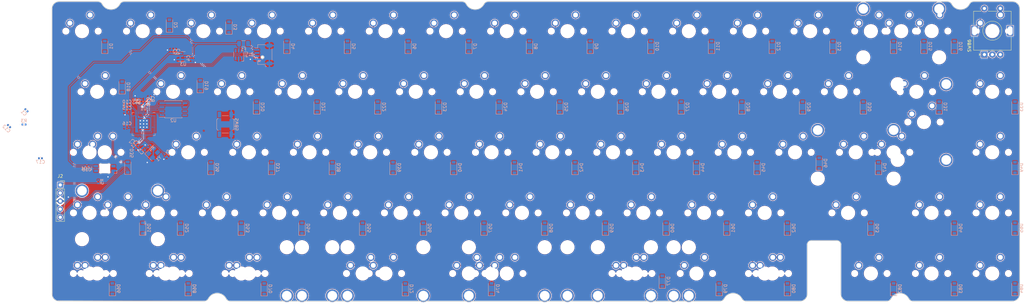
<source format=kicad_pcb>
(kicad_pcb (version 20221018) (generator pcbnew)
  (layers (0 "F.Cu" signal) (31 "B.Cu" signal) (34 "B.Paste" user) (35 "F.Paste" user) (36 "B.SilkS" user "B.Silkscreen") (37 "F.SilkS" user "F.Silkscreen") (38 "B.Mask" user) (39 "F.Mask" user) (44 "Edge.Cuts" user))
  (net 0 "")
  (net 1 "+3V3")
  (net 2 "GND")
  (net 3 "XTAL_IN")
  (net 4 "Net-(C3-Pad2)")
  (net 5 "+5V")
  (net 6 "+1V1")
  (net 7 "ROW0")
  (net 8 "Net-(D1-A)")
  (net 9 "Net-(D2-A)")
  (net 10 "Net-(D3-A)")
  (net 11 "Net-(D4-A)")
  (net 12 "Net-(D5-A)")
  (net 13 "Net-(D6-A)")
  (net 14 "Net-(D7-A)")
  (net 15 "Net-(D8-A)")
  (net 16 "Net-(D9-A)")
  (net 17 "Net-(D10-A)")
  (net 18 "Net-(D11-A)")
  (net 19 "Net-(D12-A)")
  (net 20 "Net-(D13-A)")
  (net 21 "Net-(D14-A)")
  (net 22 "Net-(D15-A)")
  (net 23 "Net-(D16-A)")
  (net 24 "ROW1")
  (net 25 "Net-(D18-A)")
  (net 26 "Net-(D19-A)")
  (net 27 "Net-(D20-A)")
  (net 28 "Net-(D21-A)")
  (net 29 "Net-(D22-A)")
  (net 30 "Net-(D23-A)")
  (net 31 "Net-(D24-A)")
  (net 32 "Net-(D25-A)")
  (net 33 "Net-(D26-A)")
  (net 34 "Net-(D27-A)")
  (net 35 "Net-(D28-A)")
  (net 36 "Net-(D29-A)")
  (net 37 "Net-(D30-A)")
  (net 38 "Net-(D31-A)")
  (net 39 "Net-(D33-A)")
  (net 40 "ROW2")
  (net 41 "Net-(D35-A)")
  (net 42 "Net-(D36-A)")
  (net 43 "Net-(D37-A)")
  (net 44 "Net-(D38-A)")
  (net 45 "Net-(D39-A)")
  (net 46 "Net-(D40-A)")
  (net 47 "Net-(D41-A)")
  (net 48 "Net-(D42-A)")
  (net 49 "Net-(D43-A)")
  (net 50 "Net-(D44-A)")
  (net 51 "Net-(D45-A)")
  (net 52 "Net-(D46-A)")
  (net 53 "Net-(D47-A)")
  (net 54 "Net-(D49-A)")
  (net 55 "ROW3")
  (net 56 "Net-(D51-A)")
  (net 57 "Net-(D52-A)")
  (net 58 "Net-(D53-A)")
  (net 59 "Net-(D54-A)")
  (net 60 "Net-(D55-A)")
  (net 61 "Net-(D56-A)")
  (net 62 "Net-(D57-A)")
  (net 63 "Net-(D58-A)")
  (net 64 "Net-(D59-A)")
  (net 65 "Net-(D60-A)")
  (net 66 "Net-(D61-A)")
  (net 67 "Net-(D62-A)")
  (net 68 "Net-(D63-A)")
  (net 69 "Net-(D64-A)")
  (net 70 "Net-(D65-A)")
  (net 71 "ROW4")
  (net 72 "Net-(D66-A)")
  (net 73 "Net-(D68-A)")
  (net 74 "Net-(D70-A)")
  (net 75 "Net-(D72-A)")
  (net 76 "Net-(D74-A)")
  (net 77 "Net-(D77-A)")
  (net 78 "Net-(D79-A)")
  (net 79 "Net-(D80-A)")
  (net 80 "Net-(D82-A)")
  (net 81 "Net-(D83-A)")
  (net 82 "Net-(D84-A)")
  (net 83 "Net-(J1-Pin_1)")
  (net 84 "D-")
  (net 85 "D+")
  (net 86 "RESET")
  (net 87 "LED")
  (net 88 "/D_P")
  (net 89 "/D_N")
  (net 90 "XTAL_OUT")
  (net 91 "COL0")
  (net 92 "COL1")
  (net 93 "COL2")
  (net 94 "COL3")
  (net 95 "COL4")
  (net 96 "COL5")
  (net 97 "COL6")
  (net 98 "COL7")
  (net 99 "COL8")
  (net 100 "COL9")
  (net 101 "COL10")
  (net 102 "COL11")
  (net 103 "COL12")
  (net 104 "COL13")
  (net 105 "COL14")
  (net 106 "COL15")
  (net 107 "SWD")
  (net 108 "SWCLK")
  (net 110 "KNOB_A")
  (net 111 "KNOB_B")
  (net 112 "KNOB_C")
  (net 124 "SD3")
  (net 125 "QSPI_CLK")
  (net 126 "SD0")
  (net 127 "SD2")
  (net 128 "SD1")
  (net 129 "CS")
  (net 135 "Net-(R3-Pad1)")
  (net 136 "Net-(LED1-VDD)")
  (footprint "marbastlib-mx:SW_MX_1u" (layer "F.Cu") (at 216.69375 130.96875)
    (fp_text reference "SW42" hide)
    (fp_text value "1u" hide)
  )
  (footprint "marbastlib-mx:SW_MX_1u" (layer "F.Cu") (at 250.03125 111.91875)
    (fp_text reference "SW27" hide)
    (fp_text value "1u" hide)
  )
  (footprint "marbastlib-mx:SW_MX_1u" (layer "F.Cu") (at 202.40625 169.06875)
    (fp_text reference "SW76" hide)
    (fp_text value "2u" hide)
  )
  (footprint "marbastlib-mx:SW_MX_1u" (layer "F.Cu") (at 316.70625 92.86875)
    (fp_text reference "SW14" hide)
    (fp_text value "1u" hide)
  )
  (footprint "marbastlib-mx:SW_MX_1u" (layer "F.Cu") (at 197.64375 130.96875)
    (fp_text reference "SW41" hide)
    (fp_text value "1u" hide)
  )
  (footprint "marbastlib-mx:SW_MX_1u" (layer "F.Cu") (at 159.54375 130.96875)
    (fp_text reference "SW39" hide)
    (fp_text value "1u" hide)
  )
  (footprint "marbastlib-mx:SW_MX_1u" (layer "F.Cu") (at 354.80625 111.91875)
    (fp_text reference "SW33" hide)
    (fp_text value "1u" hide)
  )
  (footprint "marbastlib-mx:SW_MX_1u" (layer "F.Cu") (at 121.44375 130.96875)
    (fp_text reference "SW37" hide)
    (fp_text value "1u" hide)
  )
  (footprint "marbastlib-mx:SW_MX_1u" (layer "F.Cu") (at 235.74375 130.96875)
    (fp_text reference "SW43" hide)
    (fp_text value "1u" hide)
  )
  (footprint "marbastlib-mx:SW_MX_1u" (layer "F.Cu") (at 92.86875 150.01875)
    (fp_text reference "SW52" hide)
    (fp_text value "1u" hide)
  )
  (footprint "marbastlib-mx:SW_MX_1u" (layer "F.Cu") (at 335.788 92.837)
    (fp_text reference "SW17" hide)
    (fp_text value "2u" hide)
  )
  (footprint "marbastlib-mx:SW_MX_1u" (layer "F.Cu") (at 95.25 169.06875)
    (fp_text reference "SW68" hide)
    (fp_text value "1u" hide)
  )
  (footprint "marbastlib-mx:SW_MX_1u" (layer "F.Cu") (at 135.73125 111.91875)
    (fp_text reference "SW21" hide)
    (fp_text value "1u" hide)
  )
  (footprint "marbastlib-mx:SW_MX_1u" (layer "F.Cu") (at 178.59375 130.96875)
    (fp_text reference "SW40" hide)
    (fp_text value "1u" hide)
  )
  (footprint "marbastlib-mx:STAB_MX_P_2.25u" (layer "F.Cu") (at 164.30625 169.06875 180)
    (fp_text reference "S73" hide)
    (fp_text value "Left 2.25u Split Space")
  )
  (footprint "marbastlib-mx:SW_MX_1u" (layer "F.Cu") (at 197.64375 169.06875)
    (fp_text reference "SW75" hide)
    (fp_text value "6.25u" hide)
  )
  (footprint "marbastlib-mx:SW_MX_1u" (layer "F.Cu") (at 273.84375 130.96875)
    (fp_text reference "SW45" hide)
    (fp_text value "1u" hide)
  )
  (footprint "marbastlib-mx:SW_MX_1u" (layer "F.Cu") (at 183.35625 92.86875)
    (fp_text reference "SW7" hide)
    (fp_text value "1u" hide)
  )
  (footprint "marbastlib-mx:SW_MX_1u" (layer "F.Cu") (at 240.50625 169.06875)
    (fp_text reference "SW77" hide)
    (fp_text value "3u" hide)
  )
  (footprint "marbastlib-mx:SW_MX_1u" (layer "F.Cu") (at 111.91875 150.01875)
    (fp_text reference "SW53" hide)
    (fp_text value "1u" hide)
  )
  (footprint "marbastlib-mx:SW_MX_1u" (layer "F.Cu") (at 169.06875 150.01875)
    (fp_text reference "SW56" hide)
    (fp_text value "1u" hide)
  )
  (footprint "marbastlib-mx:SW_MX_1u" (layer "F.Cu") (at 126.20625 92.86875)
    (fp_text reference "SW4" hide)
    (fp_text value "1u" hide)
  )
  (footprint "marbastlib-mx:SW_MX_1u" (layer "F.Cu") (at 69.05625 92.86875)
    (fp_text reference "SW1" hide)
    (fp_text value "1u" hide)
  )
  (footprint "marbastlib-mx:SW_MX_1.5u" (layer "F.Cu") (at 283.36875 169.06875)
    (fp_text reference "SW80" hide)
    (fp_text value "1.5u" hide)
  )
  (footprint "marbastlib-mx:SW_MX_1.25u" (layer "F.Cu") (at 71.4375 130.96875)
    (fp_text reference "SW34" hide)
    (fp_text value "1.25u" hide)
  )
  (footprint "marbastlib-mx:SW_MX_1u" (layer "F.Cu") (at 226.21875 150.01875)
    (fp_text reference "SW59" hide)
    (fp_text value "1u" hide)
  )
  (footprint "marbastlib-mx:SW_MX_1u" (layer "F.Cu") (at 221.45625 92.86875)
    (fp_text reference "SW9" hide)
    (fp_text value "1u" hide)
  )
  (footprint "Connector_PinSocket_2.54mm:PinSocket_1x05_P2.54mm_Vertical" (layer "F.Cu") (at 62.23 141.224)
    (fp_text reference "J2")
    (fp_text value "SWD")
  )
  (footprint "marbastlib-mx:SW_MX_1u" (layer "F.Cu") (at 164.30625 92.86875)
    (fp_text reference "SW6" hide)
    (fp_text value "1u" hide)
  )
  (footprint "marbastlib-mx:SW_MX_1.25u" (layer "F.Cu") (at 285.75 169.06875)
    (fp_text reference "SW81" hide)
    (fp_text value "1.25u" hide)
  )
  (footprint "marbastlib-mx:STAB_MX_P_3u" (layer "F.Cu") (at 240.50625 169.06875 180)
    (fp_text reference "S77" hide)
    (fp_text value "Right 3u Split Space")
  )
  (footprint "marbastlib-mx:SW_MX_1u" (layer "F.Cu") (at 140.49375 130.96875)
    (fp_text reference "SW38" hide)
    (fp_text value "1u" hide)
  )
  (footprint "marbastlib-mx:STAB_MX_P_2.25u" (layer "F.Cu") (at 80.9625 150.01875)
    (fp_text reference "S50" hide)
    (fp_text value "LShift")
  )
  (footprint "marbastlib-mx:SW_MX_1.5u" (layer "F.Cu") (at 71.4375 169.06875)
    (fp_text reference "SW66" hide)
    (fp_text value "1.5u" hide)
  )
  (footprint "Rotary_Encoder:RotaryEncoder_Alps_EC11E-Switch_Vertical_H20mm" (layer "F.Cu") (at 352.338 100.225 90)
    (fp_text reference "SW86")
    (fp_text value "EC11")
  )
  (footprint "marbastlib-mx:SW_MX_1.25u" (layer "F.Cu") (at 80.9625 150.01875)
    (fp_text reference "SW51" hide)
    (fp_text value "1.25u" hide)
  )
  (footprint "marbastlib-mx:SW_MX_1u" (layer "F.Cu") (at 150.01875 150.01875)
    (fp_text reference "SW55" hide)
    (fp_text value "1u" hide)
  )
  (footprint "marbastlib-mx:SW_MX_1u" (layer "F.Cu") (at 254.79375 130.96875)
    (fp_text reference "SW44" hide)
    (fp_text value "1u" hide)
  )
  (footprint "marbastlib-mx:SW_MX_1u" (layer "F.Cu") (at 188.11875 150.01875)
    (fp_text reference "SW57" hide)
    (fp_text value "1u" hide)
  )
  (footprint "marbastlib-mx:SW_MX_1u" (layer "F.Cu") (at 307.18125 111.91875)
    (fp_text reference "SW30" hide)
    (fp_text value "1u" hide)
  )
  (footprint "marbastlib-mx:SW_MX_1u" (layer "F.Cu") (at 88.10625 92.86875)
    (fp_text reference "SW2" hide)
    (fp_text value "1u" hide)
  )
  (footprint "marbastlib-mx:STAB_MX_P_2.75u" (layer "F.Cu") (at 242.8875 169.06875 180)
    (fp_text reference "S78" hide)
    (fp_text value "Right 2.75u Split Space")
  )
  (footprint "marbastlib-mx:SW_MX_1u" (layer "F.Cu") (at 354.80625 169.06875)
    (fp_text reference "SW84" hide)
    (fp_text value "1u" hide)
  )
  (footprint "marbastlib-mx:SW_MX_1u" (layer "F.Cu") (at 116.68125 111.91875)
    (fp_text reference "SW20" hide)
    (fp_text value "1u" hide)
  )
  (footprint "marbastlib-mx:SW_MX_1.75u" (layer "F.Cu") (at 76.2 130.96875)
    (fp_text reference "SW35" hide)
    (fp_text value "1.75u" hide)
  )
  (footprint "marbastlib-mx:SW_MX_1.5u" (layer "F.Cu") (at 73.81875 111.91875)
    (fp_text reference "SW18" hide)
    (fp_text value "1.5u" hide)
  )
  (footprint "marbastlib-mx:SW_MX_1u" (layer "F.Cu") (at 354.80625 130.96875)
    (fp_text reference "SW49" hide)
    (fp_text value "1u" hide)
  )
  (footprint "marbastlib-mx:SW_MX_1u" (layer "F.Cu") (at 130.96875 150.01875)
    (fp_text reference "SW54" hide)
    (fp_text value "1u" hide)
  )
  (footprint "marbastlib-mx:SW_MX_1u" (layer "F.Cu") (at 164.30625 169.06875)
    (fp_text reference "SW73" hide)
    (fp_text value "2.25u" hide)
  )
  (footprint "marbastlib-mx:SW_MX_1u" (layer "F.Cu") (at 154.78125 111.91875)
    (fp_text reference "SW22" hide)
    (fp_text value "1u" hide)
  )
  (footprint "marbastlib-mx:SW_MX_1u" (layer "F.Cu") (at 278.60625 92.86875)
    (fp_text reference "SW12" hide)
    (fp_text value "1u" hide)
  )
  (footprint "marbastlib-mx:SW_MX_1u" (layer "F.Cu") (at 283.36875 150.01875)
    (fp_text reference "SW62" hide)
    (fp_text value "1u" hide)
  )
  (footprint "marbastlib-mx:SW_MX_1u" (layer "F.Cu") (at 202.40625 92.86875)
    (fp_text reference "SW8" hide)
    (fp_text value "1u" hide)
  )
  (footprint "marbastlib-mx:SW_MX_1u" (layer "F.Cu") (at 335.75625 169.06875)
    (fp_text reference "SW83" hide)
    (fp_text value "1u" hide)
  )
  (footprint "marbastlib-mx:STAB_MX_P_ISO" (layer "F.Cu") (at 333.375 121.44375 180)
    (fp_text reference "S32" hide)
    (fp_text value "ISO Enter")
  )
  (footprint "marbastlib-mx:SW_MX_1u" (layer "F.Cu") (at 292.89375 130.96875)
    (fp_text reference "SW46" hide)
    (fp_text value "1u" hide)
  )
  (footprint "marbastlib-mx:SW_MX_1u" (layer "F.Cu") (at 323.85 130.96875)
    (fp_text reference "SW48" hide)
    (fp_text value "1u" hide)
  )
  (footprint "marbastlib-mx:SW_MX_1.25u" (layer "F.Cu") (at 73.81875 169.06875)
    (fp_text reference "SW67" hide)
    (fp_text value "1.25u" hide)
  )
  (footprint "marbastlib-mx:SW_MX_1u" (layer "F.Cu") (at 264.31875 150.01875)
    (fp_text reference "SW61" hide)
    (fp_text value "1u" hide)
  )
  (footprint "marbastlib-mx:SW_MX_1u" (layer "F.Cu") (at 316.70625 169.06875)
    (fp_text reference "SW82" hide)
    (fp_text value "1u" hide)
  )
  (footprint "marbastlib-mx:SW_MX_1u" (layer "F.Cu") (at 230.98125 111.91875)
    (fp_text reference "SW26" hide)
    (fp_text value "1u" hide)
  )
  (footprint "marbastlib-mx:STAB_MX_P_6.25u" (layer "F.Cu") (at 197.64375 169.06875 180)
    (fp_text reference "S75" hide)
    (fp_text value "6.25u Space")
  )
  (footprint "marbastlib-mx:SW_MX_1.25u" (layer "F.Cu") (at 261.9375 169.06875)
    (fp_text reference "SW79" hide)
    (fp_text value "1.25u" hide)
  )
  (footprint "marbastlib-mx:SW_MX_1u" (layer "F.Cu") (at 311.94375 130.96875)
    (fp_text reference "SW47" hide)
    (fp_text value "2.25u" hide)
  )
  (footprint "marbastlib-mx:SW_MX_1u" (layer "F.Cu") (at 333.375 121.44375)
    (fp_text reference "SW32" hide)
    (fp_text value "ISO Enter" hide)
  )
  (footprint "marbastlib-mx:STAB_MX_P_7u" (layer "F.Cu") (at 190.5 169.06875 180)
    (fp_text reference "S74" hide)
    (fp_text value "7u Space")
  )
  (footprint "marbastlib-mx:STAB_MX_P_2.25u" (layer "F.Cu") (at 311.94375 130.96875)
    (fp_text reference "S47" hide)
    (fp_text value "Enter")
  )
  (footprint "marbastlib-mx:SW_MX_1u" (layer "F.Cu") (at 240.50625 92.86875)
    (fp_text reference "SW10" hide)
    (fp_text value "1u" hide)
  )
  (footprint "marbastlib-mx:SW_MX_1.5u" (layer "F.Cu") (at 330.99375 111.91875)
    (fp_text reference "SW31" hide)
    (fp_text value "1.5u" hide)
  )
  (footprint "marbastlib-mx:SW_MX_1u" (layer "F.Cu") (at 259.55625 92.86875)
    (fp_text reference "SW11" hide)
    (fp_text value "1u" hide)
  )
  (footprint "marbastlib-mx:SW_MX_1.5u" (layer "F.Cu") (at 119.0625 169.06875)
    (fp_text reference "SW70" hide)
    (fp_text value "1.5u" hide)
  )
  (footprint "marbastlib-mx:SW_MX_1u" (layer "F.Cu") (at 145.25625 92.86875)
    (fp_text reference "SW5" hide)
    (fp_text value "1u" hide)
  )
  (footprint "marbastlib-mx:SW_MX_1u" (layer "F.Cu") (at 242.8875 169.06875)
    (fp_text reference "SW78" hide)
    (fp_text value "2.75u" hide)
  )
  (footprint "marbastlib-mx:SW_MX_1u" (layer "F.Cu") (at 354.838 92.837)
    (fp_text reference "SW16" hide)
    (fp_text value "1u" hide)
  )
  (footprint "marbastlib-mx:SW_MX_1u" (layer "F.Cu") (at 297.65625 92.86875)
    (fp_text reference "SW13" hide)
    (fp_text value "1u" hide)
  )
  (footprint "marbastlib-mx:SW_MX_1u" (layer "F.Cu") (at 107.15625 92.86875)
    (fp_text reference "SW3" hide)
    (fp_text value "1u" hide)
  )
  (footprint "marbastlib-mx:SW_MX_1u" (layer "F.Cu") (at 157.1625 169.06875)
    (fp_text reference "SW72" hide)
    (fp_text value "3u" hide)
  )
  (footprint "marbastlib-mx:SW_MX_1u" (layer "F.Cu") (at 173.83125 111.91875)
    (fp_text reference "SW23" hide)
    (fp_text value "1u" hide)
  )
  (footprint "marbastlib-mx:SW_MX_1u" (layer "F.Cu") (at 354.80625 150.01875)
    (fp_text reference "SW65" hide)
    (fp_text value "1u" hide)
  )
  (footprint "marbastlib-mx:SW_MX_1.25u" (layer "F.Cu") (at 97.63125 169.06875)
    (fp_text reference "SW69" hide)
    (fp_text value "1.25u" hide)
  )
  (footprint "marbastlib-mx:SW_MX_1u" (layer "F.Cu") (at 97.63125 111.91875)
    (fp_text reference "SW19" hide)
    (fp_text value "1u" hide)
  )
  (footprint "marbastlib-mx:SW_MX_1u" (layer "F.Cu") (at 211.93125 111.91875)
    (fp_text reference "SW25" hide)
    (fp_text value "1u" hide)
  )
  (footprint "marbastlib-mx:SW_MX_1u" (layer "F.Cu") (at 190.5 169.06875)
    (fp_text reference "SW74" hide)
    (fp_text value "7u" hide)
  )
  (footprint "marbastlib-mx:SW_MX_1.25u" (layer "F.Cu") (at 121.44375 169.06875)
    (fp_text reference "SW71" hide)
    (fp_text value "1.25u" hide)
  )
  (footprint "marbastlib-mx:SW_MX_1u" (layer "F.Cu") (at 192.88125 111.91875)
    (fp_text reference "SW24" hide)
    (fp_text value "1u" hide)
  )
  (footprint "marbastlib-mx:SW_MX_1u" (layer "F.Cu") (at 245.26875 150.01875)
    (fp_text reference "SW60" hide)
    (fp_text value "1u" hide)
  )
  (footprint "marbastlib-mx:STAB_MX_P_2u" (layer "F.Cu") (at 202.40625 169.06875 180)
    (fp_text reference "S76" hide)
    (fp_text value "2u Split Space")
  )
  (footprint "marbastlib-mx:SW_MX_1.75u" (layer "F.Cu") (at 309.5625 150.01875)
    (fp_text reference "SW63" hide)
    (fp_text value "1.75u" hide)
  )
  (footprint "marbastlib-mx:SW_MX_1u" (layer "F.Cu") (at 71.4375 150.01875)
    (fp_text reference "SW50" hide)
    (fp_text value "2.25u" hide)
  )
  (footprint "marbastlib-mx:SW_MX_1u" (layer "F.Cu") (at 207.16875 150.01875)
    (fp_text reference "SW58" hide)
    (fp_text value "1u" hide)
  )
  (footprint "marbastlib-mx:STAB_MX_P_3u" (layer "F.Cu") (at 157.1625 169.06875 180)
    (fp_text reference "S72" hide)
    (fp_text value "Left 3u Split Space")
  )
  (footprint "marbastlib-mx:SW_MX_1u" (layer "F.Cu") (at 102.39375 130.96875)
    (fp_text reference "SW36" hide)
    (fp_text value "1u" hide)
  )
  (footprint "marbastlib-mx:SW_MX_1u" (layer "F.Cu") (at 269.08125 111.91875)
    (fp_text reference "SW28" hide)
    (fp_text value "1u" hide)
  )
  (footprint "marbastlib-mx:SW_MX_1u" (layer "F.Cu") (at 335.75625 150.01875)
    (fp_text reference "SW64" hide)
    (fp_text value "1u" hide)
  )
  (footprint "marbastlib-mx:STAB_MX_P_2u" (layer "F.Cu") (at 326.23125 92.837)
    (fp_text reference "S17" hide)
    (fp_text value "Back")
  )
  (footprint "marbastlib-mx:SW_MX_1u" (layer "F.Cu") (at 326.23125 92.86875)
    (fp_text reference "SW15" hide)
    (fp_text value "1u" hide)
  )
  (footprint "marbastlib-mx:SW_MX_1u" (layer "F.Cu") (at 288.13125 111.91875)
    (fp_text reference "SW29" hide)
    (fp_text value "1u" hide)
  )
  (footprint "Capacitor_SMD:C_0402_1005Metric" (layer "B.Cu") (at 83.185 118.237 180)
    (fp_text reference "C15")
    (fp_text value "100nF")
  )
  (footprint "Diode_SMD:D_SOD-123" (layer "B.Cu") (at 295.275 116.68125 90)
    (fp_text reference "D29")
    (fp_text value "1N4148")
  )
  (footprint "Diode_SMD:D_SOD-123" (layer "B.Cu") (at 176.2125 154.78125 90)
    (fp_text reference "D56")
    (fp_text value "1N4148")
  )
  (footprint "Diode_SMD:D_SOD-123" (layer "B.Cu") (at 185.7375 135.73125 90)
    (fp_text reference "D40")
    (fp_text value "1N4148")
  )
  (footprint "Diode_SMD:D_SOD-123" (layer "B.Cu") (at 323.85 97.63125 90)
    (fp_text reference "D14")
    (fp_text value "1N4148")
  )
  (footprint "Diode_SMD:D_SOD-123" (layer "B.Cu") (at 166.6875 135.73125 90)
    (fp_text reference "D39")
    (fp_text value "1N4148")
  )
  (footprint "Diode_SMD:D_SOD-123" (layer "B.Cu") (at 361.95 135.73125 90)
    (fp_text reference "D49")
    (fp_text value "1N4148")
  )
  (footprint "Diode_SMD:D_SOD-123" (layer "B.Cu") (at 242.8875 135.73125 90)
    (fp_text reference "D43")
    (fp_text value "1N4148")
  )
  (footprint "Capacitor_SMD:C_0402_1005Metric" (layer "B.Cu") (at 83.185 117.221 180)
    (fp_text reference "C14")
    (fp_text value "100nF")
  )
  (footprint "Diode_SMD:D_SOD-123" (layer "B.Cu") (at 361.95 173.83125 90)
    (fp_text reference "D84")
    (fp_text value "1N4148")
  )
  (footprint "Capacitor_SMD:C_0402_1005Metric" (layer "B.Cu") (at 97.155 99.342 90)
    (fp_text reference "C5")
    (fp_text value "1uF")
  )
  (footprint "Diode_SMD:D_SOD-123" (layer "B.Cu") (at 100.0125 154.78125 90)
    (fp_text reference "D52")
    (fp_text value "1N4148")
  )
  (footprint "Diode_SMD:D_SOD-123" (layer "B.Cu") (at 251.206 171.449 90)
    (fp_text reference "D77")
    (fp_text value "1N4148")
  )
  (footprint "Diode_SMD:D_SOD-123" (layer "B.Cu") (at 76.2 97.63125 90)
    (fp_text reference "D1")
    (fp_text value "1N4148")
  )
  (footprint "Capacitor_SMD:C_0402_1005Metric" (layer "B.Cu") (at 85.727812 114.979001 90)
    (fp_text reference "C6")
    (fp_text value "1uF")
  )
  (footprint "Capacitor_SMD:C_0402_1005Metric" (layer "B.Cu") (at 51.6128 117.7544 -45)
    (fp_text reference "C1")
    (fp_text value "100nF")
  )
  (footprint "Diode_SMD:D_SOD-123" (layer "B.Cu") (at 126.238 173.864 90)
    (fp_text reference "D70")
    (fp_text value "1N4148")
  )
  (footprint "Resistor_SMD:R_0402_1005Metric" (layer "B.Cu") (at 86.743812 114.979001 -90)
    (fp_text reference "R2")
    (fp_text value "27")
  )
  (footprint "marbastlib-mx:LED_MX_6028R" (layer "B.Cu") (at 76.2 136.04875 180)
    (fp_text reference "LED1")
    (fp_text value "MX_SK6812MINI-E" hide)
    (fp_line (start -1.699999 0.702843) (end -1.699999 -0.702841) (stroke (width 0.1)) (layer "Edge.Cuts"))
    (fp_line (start -0.794452 -1.499999) (end 0.794452 -1.499999) (stroke (width 0.1)) (layer "Edge.Cuts"))
    (fp_line (start 0.794452 1.5) (end -0.794453 1.5) (stroke (width 0.1)) (layer "Edge.Cuts"))
    (fp_line (start 1.699999 -0.702841) (end 1.699999 0.702843) (stroke (width 0.1)) (layer "Edge.Cuts"))
    (fp_arc (start -1.749484 -0.919719) (mid -1.712527 -0.814067) (end -1.699999 -0.702841) (stroke (width 0.1)) (layer "Edge.Cuts"))
    (fp_arc (start -1.749484 -0.919718) (mid -1.638072 -1.504034) (end -1.046711 -1.568298) (stroke (width 0.1)) (layer "Edge.Cuts"))
    (fp_arc (start -1.699999 0.702844) (mid -1.712527 0.814069) (end -1.749484 0.919721) (stroke (width 0.1)) (layer "Edge.Cuts"))
    (fp_arc (start -1.046711 1.568299) (mid -1.63807 1.504035) (end -1.749484 0.919721) (stroke (width 0.1)) (layer "Edge.Cuts"))
    (fp_arc (start -1.046711 1.568299) (mid -0.925123 1.517377) (end -0.794453 1.5) (stroke (width 0.1)) (layer "Edge.Cuts"))
    (fp_arc (start -0.794452 -1.499999) (mid -0.925123 -1.517376) (end -1.046711 -1.568298) (stroke (width 0.1)) (layer "Edge.Cuts"))
    (fp_arc (start 0.794453 1.500001) (mid 0.925123 1.517378) (end 1.046711 1.5683) (stroke (width 0.1)) (layer "Edge.Cuts"))
    (fp_arc (start 1.04671 -1.568298) (mid 0.925122 -1.517376) (end 0.794452 -1.499999) (stroke (width 0.1)) (layer "Edge.Cuts"))
    (fp_arc (start 1.046711 -1.568296) (mid 1.638069 -1.504034) (end 1.749484 -0.919719) (stroke (width 0.1)) (layer "Edge.Cuts"))
    (fp_arc (start 1.699999 -0.702842) (mid 1.712536 -0.814065) (end 1.749484 -0.919719) (stroke (width 0.1)) (layer "Edge.Cuts"))
    (fp_arc (start 1.749484 0.919721) (mid 1.638072 1.504036) (end 1.046711 1.5683) (stroke (width 0.1)) (layer "Edge.Cuts"))
    (fp_arc (start 1.749484 0.919721) (mid 1.712534 0.814067) (end 1.699999 0.702843) (stroke (width 0.1)) (layer "Edge.Cuts"))
  )
  (footprint "Capacitor_SMD:C_0402_1005Metric" (layer "B.Cu") (at 83.185 123.063 180)
    (fp_text reference "C16")
    (fp_text value "100nF")
  )
  (footprint "Diode_SMD:D_SOD-123" (layer "B.Cu") (at 200.025 116.68125 90)
    (fp_text reference "D24")
    (fp_text value "1N4148")
  )
  (footprint "Diode_SMD:D_SOD-123" (layer "B.Cu") (at 102.39375 173.83125 90)
    (fp_text reference "D68")
    (fp_text value "1N4148")
  )
  (footprint "Capacitor_SMD:C_0402_1005Metric" (layer "B.Cu") (at 90.172812 114.217001 90)
    (fp_text reference "C8")
    (fp_text value "100nF")
  )
  (footprint "Diode_SMD:D_SOD-123" (layer "B.Cu") (at 170.561 173.863 90)
    (fp_text reference "D72")
    (fp_text value "1N4148")
  )
  (footprint "Diode_SMD:D_SOD-123" (layer "B.Cu") (at 361.95 116.68125 90)
    (fp_text reference "D33")
    (fp_text value "1N4148")
  )
  (footprint "Diode_SMD:D_SOD-123" (layer "B.Cu") (at 81.661 110.363 90)
    (fp_text reference "D18")
    (fp_text value "1N4148")
  )
  (footprint "Diode_SMD:D_SOD-123" (layer "B.Cu") (at 147.6375 135.73125 90)
    (fp_text reference "D38")
    (fp_text value "1N4148")
  )
  (footprint "Capacitor_SMD:C_0402_1005Metric" (layer "B.Cu") (at 86.401589 129.244411 -135)
    (fp_text reference "C11")
    (fp_text value "100nF")
  )
  (footprint "Diode_SMD:D_SOD-123" (layer "B.Cu") (at 83.439 135.635 90)
    (fp_text reference "D35")
    (fp_text value "1N4148")
  )
  (footprint "Diode_SMD:D_SOD-123" (layer "B.Cu") (at 88.10625 154.78125 90)
    (fp_text reference "D51")
    (fp_text value "1N4148")
  )
  (footprint "Diode_SMD:D_SOD-123" (layer "B.Cu") (at 128.5875 135.73125 90)
    (fp_text reference "D37")
    (fp_text value "1N4148")
  )
  (footprint "Diode_SMD:D_SOD-123" (layer "B.Cu") (at 314.325 116.68125 90)
    (fp_text reference "D30")
    (fp_text value "1N4148")
  )
  (footprint "Diode_SMD:D_SOD-123" (layer "B.Cu") (at 300.482 134.366 90)
    (fp_text reference "D46")
    (fp_text value "1N4148")
  )
  (footprint "Diode_SMD:D_SOD-123" (layer "B.Cu") (at 190.5 97.63125 90)
    (fp_text reference "D7")
    (fp_text value "1N4148")
  )
  (footprint "Button_Switch_SMD:SW_SPST_SKQG_WithStem" (layer "B.Cu") (at 114.046 122.174 90)
    (fp_text reference "SW85")
    (fp_text value "SW_Push")
  )
  (footprint "Diode_SMD:D_SOD-123" (layer "B.Cu") (at 214.3125 154.78125 90)
    (fp_text reference "D58")
    (fp_text value "1N4148")
  )
  (footprint "Diode_SMD:D_SOD-123" (layer "B.Cu") (at 323.85 173.83125 90)
    (fp_text reference "D82")
    (fp_text value "1N4148")
  )
  (footprint "Diode_SMD:D_SOD-123" (layer "B.Cu") (at 257.175 116.68125 90)
    (fp_text reference "D27")
    (fp_text value "1N4148")
  )
  (footprint "Capacitor_SMD:C_0402_1005Metric" (layer "B.Cu") (at 46.142589 122.723589 -45)
    (fp_text reference "C12")
    (fp_text value "100nF")
  )
  (footprint "Diode_SMD:D_SOD-123" (layer "B.Cu") (at 290.5125 173.83125 90)
    (fp_text reference "D80")
    (fp_text value "1N4148")
  )
  (footprint "Diode_SMD:D_SOD-123" (layer "B.Cu") (at 152.4 97.63125 90)
    (fp_text reference "D5")
    (fp_text value "1N4148")
  )
  (footprint "Diode_SMD:D_SOD-123" (layer "B.Cu") (at 342.9 154.78125 90)
    (fp_text reference "D64")
    (fp_text value "1N4148")
  )
  (footprint "Diode_SMD:D_SOD-123" (layer "B.Cu") (at 271.4625 154.78125 90)
    (fp_text reference "D61")
    (fp_text value "1N4148")
  )
  (footprint "Package_DFN_QFN:QFN-56-1EP_7x7mm_P0.4mm_EP3.2x3.2mm" (layer "B.Cu") (at 88.386312 122.050001 180)
    (fp_text reference "U1")
    (fp_text value "RP2040")
  )
  (footprint "Diode_SMD:D_SOD-123" (layer "B.Cu") (at 266.7 97.63125 90)
    (fp_text reference "D11")
    (fp_text value "1N4148")
  )
  (footprint "Capacitor_SMD:C_0402_1005Metric" (layer "B.Cu") (at 88.372658 129.940343 -45)
    (fp_text reference "C3")
    (fp_text value "22pF")
  )
  (footprint "Diode_SMD:D_SOD-123" (layer "B.Cu") (at 138.1125 154.78125 90)
    (fp_text reference "D54")
    (fp_text value "1N4148")
  )
  (footprint "Diode_SMD:D_SOD-123" (layer "B.Cu") (at 142.875 116.68125 90)
    (fp_text reference "D21")
    (fp_text value "1N4148")
  )
  (footprint "Diode_SMD:D_SOD-123" (layer "B.Cu") (at 333.375 97.63125 90)
    (fp_text reference "D15")
    (fp_text value "1N4148")
  )
  (footprint "Capacitor_SMD:C_0402_1005Metric" (layer "B.Cu") (at 83.185 116.205 180)
    (fp_text reference "C10")
    (fp_text value "1uF")
  )
  (footprint "Diode_SMD:D_SOD-123" (layer "B.Cu") (at 361.95 154.78125 90)
    (fp_text reference "D65")
    (fp_text value "1N4148")
  )
  (footprint "Crystal:Crystal_SMD_3225-4Pin_3.2x2.5mm" (layer "B.Cu") (at 91.370882 131.1922 45)
    (fp_text reference "Y1")
    (fp_text value "12MHz")
  )
  (footprint "Diode_SMD:D_SOD-123" (layer "B.Cu") (at 290.5125 154.78125 90)
    (fp_text reference "D62")
    (fp_text value "1N4148")
  )
  (footprint "Diode_SMD:D_SOD-123" (layer "B.Cu") (at 96.52 90.932 90)
    (fp_text reference "D2")
    (fp_text value "1N4148")
  )
  (footprint "Diode_SMD:D_SOD-123" (layer "B.Cu") (at 161.925 116.68125 90)
    (fp_text reference "D22")
    (fp_text value "1N4148")
  )
  (footprint "Diode_SMD:D_SOD-123" (layer "B.Cu") (at 276.225 116.68125 90)
    (fp_text reference "D28")
    (fp_text value "1N4148")
  )
  (footprint "Resistor_SMD:R_0402_1005Metric" (layer "B.Cu") (at 74.168 140.208 90)
    (fp_text reference "R5")
    (fp_text value "1k")
  )
  (footprint "Capacitor_SMD:C_0402_1005Metric" (layer "B.Cu") (at 85.639589 128.482411 -135)
    (fp_text reference "C7")
    (fp_text value "100nF")
  )
  (footprint "Diode_SMD:D_SOD-123" (layer "B.Cu") (at 233.3625 154.78125 90)
    (fp_text reference "D59")
    (fp_text value "1N4148")
  )
  (footprint "Diode_SMD:D_SOD-123" (layer "B.Cu") (at 209.55 97.63125 90)
    (fp_text reference "D8")
    (fp_text value "1N4148")
  )
  (footprint "Diode_SMD:D_SOD-123" (layer "B.Cu") (at 219.075 116.68125 90)
    (fp_text reference "D25")
    (fp_text value "1N4148")
  )
  (footprint "Diode_SMD:D_SOD-123" (layer "B.Cu") (at 133.35 97.63125 90)
    (fp_text reference "D4")
    (fp_text value "1N4148")
  )
  (footprint "Diode_SMD:D_SOD-123" (layer "B.Cu") (at 204.7875 135.73125 90)
    (fp_text reference "D41")
    (fp_text value "1N4148")
  )
  (footprint "Diode_SMD:D_SOD-123" (layer "B.Cu") (at 197.64375 173.83125 90)
    (fp_text reference "D74")
    (fp_text value "1N4148")
  )
  (footprint "Diode_SMD:D_SOD-123" (layer "B.Cu") (at 195.2625 154.78125 90)
    (fp_text reference "D57")
    (fp_text value "1N4148")
  )
  (footprint "Diode_SMD:D_SOD-123" (layer "B.Cu") (at 238.125 116.68125 90)
    (fp_text reference "D26")
    (fp_text value "1N4148")
  )
  (footprint "Diode_SMD:D_SOD-123" (layer "B.Cu") (at 157.1625 154.78125 90)
    (fp_text reference "D55")
    (fp_text value "1N4148")
  )
  (footprint "Diode_SMD:D_SOD-123" (layer "B.Cu") (at 261.9375 135.73125 90)
    (fp_text reference "D44")
    (fp_text value "1N4148")
  )
  (footprint "Diode_SMD:D_SOD-123" (layer "B.Cu") (at 342.9 97.63125 90)
    (fp_text reference "D16")
    (fp_text value "1N4148")
  )
  (footprint "Capacitor_SMD:C_0402_1005Metric" (layer "B.Cu") (at 95.294401 131.91159 135)
    (fp_text reference "C2")
    (fp_text value "22pF")
  )
  (footprint "Package_TO_SOT_SMD:SOT-23" (layer "B.Cu") (at 100.838 100.838)
    (fp_text reference "U3")
    (fp_text value "XC6206PxxxMR")
  )
  (footprint "Diode_SMD:D_SOD-123" (layer "B.Cu") (at 106.172 109.982 90)
    (fp_text reference "D19")
    (fp_text value "1N4148")
  )
  (footprint "Diode_SMD:D_SOD-123" (layer "B.Cu") (at 109.5375 135.73125 90)
    (fp_text reference "D36")
    (fp_text value "1N4148")
  )
  (footprint "Capacitor_SMD:C_0402_1005Metric" (layer "B.Cu") (at 56.007 132.842)
    (fp_text reference "C17")
    (fp_text value "100nF")
  )
  (footprint "Resistor_SMD:R_0402_1005Metric" (layer "B.Cu") (at 87.759812 114.979001 -90)
    (fp_text reference "R1")
    (fp_text value "27")
  )
  (footprint "Diode_SMD:D_SOD-123" (layer "B.Cu") (at 285.75 97.63125 90)
    (fp_text reference "D12")
    (fp_text value "1N4148")
  )
  (footprint "Diode_SMD:D_SOD-123" (layer "B.Cu") (at 247.65 97.63125 90)
    (fp_text reference "D10")
    (fp_text value "1N4148")
  )
  (footprint "Package_SO:SOIC-8_5.23x5.23mm_P1.27mm" (layer "B.Cu") (at 97.7392 117.3988)
    (fp_text reference "U2")
    (fp_text value "W25Q128JVS")
  )
  (footprint "Diode_SMD:D_SOD-123" (layer "B.Cu") (at 228.6 97.63125 90)
    (fp_text reference "D9")
    (fp_text value "1N4148")
  )
  (footprint "Capacitor_SMD:C_0402_1005Metric" (layer "B.Cu") (at 103.632 101.346 -90)
    (fp_text reference "C4")
    (fp_text value "1uF")
  )
  (footprint "marbastlib-various:SOT-23-6-routable" (layer "B.Cu") (at 118.237 100.203 90)
    (fp_text reference "U4")
    (fp_text value "SRV05")
  )
  (footprint "Connector_JST:JST_SH_SM04B-SRSS-TB_1x04-1MP_P1.00mm_Horizontal" (layer "B.Cu") (at 126.014 100.209 -90)
    (fp_text reference "J1")
    (fp_text value "SM04B-SRSS-TB")
  )
  (footprint "Capacitor_SMD:C_0402_1005Metric" (layer "B.Cu") (at 98.171 99.314 90)
    (fp_text reference "C9")
    (fp_text value "10uF")
  )
  (footprint "Diode_SMD:D_SOD-123" (layer "B.Cu") (at 342.9 173.83125 90)
    (fp_text reference "D83")
    (fp_text value "1N4148")
  )
  (footprint "Diode_SMD:D_SOD-123" (layer "B.Cu") (at 123.825 116.68125 90)
    (fp_text reference "D20")
    (fp_text value "1N4148")
  )
  (footprint "Capacitor_SMD:C_0402_1005Metric" (layer "B.Cu") (at 70.584 135.255)
    (fp_text reference "C18")
    (fp_text value "100nF")
  )
  (footprint "Diode_SMD:D_SOD-123" (layer "B.Cu") (at 338.1375 116.68125 90)
    (fp_text reference "D31")
    (fp_text value "1N4148")
  )
  (footprint "Diode_SMD:D_SOD-123" (layer "B.Cu") (at 304.8 97.63125 90)
    (fp_text reference "D13")
    (fp_text value "1N4148")
  )
  (footprint "Diode_SMD:D_SOD-123" (layer "B.Cu") (at 316.70625 154.78125 90)
    (fp_text reference "D63")
    (fp_text value "1N4148")
  )
  (footprint "Diode_SMD:D_SOD-123" (layer "B.Cu") (at 223.8375 135.73125 90)
    (fp_text reference "D42")
    (fp_text value "1N4148")
  )
  (footprint "Diode_SMD:D_SOD-123" (layer "B.Cu") (at 280.9875 135.73125 90)
    (fp_text reference "D45")
    (fp_text value "1N4148")
  )
  (footprint "Diode_SMD:D_SOD-123" (layer "B.Cu") (at 115.189 91.567 90)
    (fp_text reference "D3")
    (fp_text value "1N4148")
  )
  (footprint "Diode_SMD:D_SOD-123" (layer "B.Cu") (at 119.0625 154.78125 90)
    (fp_text reference "D53")
    (fp_text value "1N4148")
  )
  (footprint "Diode_SMD:D_SOD-123" (layer "B.Cu") (at 78.58125 173.83125 90)
    (fp_text reference "D66")
    (fp_text value "1N4148")
  )
  (footprint "Resistor_SMD:R_0402_1005Metric" (layer "B.Cu") (at 50.8488 122.2248 180)
    (fp_text reference "R3")
    (fp_text value "1k")
  )
  (footprint "Resistor_SMD:R_0402_1005Metric" (layer "B.Cu") (at 90.171034 129.030967 45)
    (fp_text reference "R4")
    (fp_text value "1k")
  )
  (footprint "Diode_SMD:D_SOD-123" (layer "B.Cu") (at 319.0875 135.73125 90)
    (fp_text reference "D47")
    (fp_text value "1N4148")
  )
  (footprint "Capacitor_SMD:C_0402_1005Metric" (layer "B.Cu") (at 88.775812 114.979001 90)
    (fp_text reference "C13")
    (fp_text value "100nF")
  )
  (footprint "Diode_SMD:D_SOD-123" (layer "B.Cu") (at 252.4125 154.78125 90)
    (fp_text reference "D60")
    (fp_text value "1N4148")
  )
  (footprint "Fuse:Fuse_1206_3216Metric" (layer "B.Cu") (at 119.758 96.774)
    (fp_text reference "F1")
    (fp_text value "500mA")
  )
  (footprint "Diode_SMD:D_SOD-123" (layer "B.Cu") (at 180.975 116.68125 90)
    (fp_text reference "D23")
    (fp_text value "1N4148")
  )
  (footprint "Diode_SMD:D_SOD-123" (layer "B.Cu") (at 171.45 97.63125 90)
    (fp_text reference "D6")
    (fp_text value "1N4148")
  )
  (footprint "Diode_SMD:D_SOD-123" (layer "B.Cu") (at 269.08125 173.83125 90)
    (fp_text reference "D79")
    (fp_text value "1N4148")
  )
  (gr_arc (start 61.897894 177.761095) (mid 60.306886 177.102088) (end 59.647894 175.511095) (stroke (width 0.2)) (layer "Edge.Cuts"))
  (gr_arc (start 296.722894 159.961095) (mid 297.088993 159.077179) (end 297.972894 158.711095) (stroke (width 0.2)) (layer "Edge.Cuts"))
  (gr_arc (start 59.647894 85.811095) (mid 60.306886 84.220072) (end 61.897894 83.561095) (stroke (width 0.2)) (layer "Edge.Cuts"))
  (gr_arc (start 80.965966 84.367546) (mid 81.51828 83.77844) (end 82.296 83.561095) (stroke (width 0.2)) (layer "Edge.Cuts"))
  (gr_line (start 294.472894 177.761095) (end 277.5585 177.761095) (stroke (width 0.2)) (layer "Edge.Cuts"))
  (gr_line (start 107.387289 177.761095) (end 61.897894 177.761095) (stroke (width 0.2)) (layer "Edge.Cuts"))
  (gr_arc (start 270.642323 176.954643) (mid 270.089995 177.543712) (end 269.312289 177.761095) (stroke (width 0.2)) (layer "Edge.Cuts"))
  (gr_line (start 321.699789 177.761095) (end 309.547894 177.761095) (stroke (width 0.2)) (layer "Edge.Cuts"))
  (gr_arc (start 347.665966 84.367546) (mid 344.872894 86.061096) (end 342.079823 84.367546) (stroke (width 0.2)) (layer "Edge.Cuts"))
  (gr_arc (start 309.547894 177.761095) (mid 307.956886 177.102088) (end 307.297894 175.511095) (stroke (width 0.2)) (layer "Edge.Cuts"))
  (gr_arc (start 363.397894 175.511095) (mid 362.738867 177.102053) (end 361.147894 177.761095) (stroke (width 0.2)) (layer "Edge.Cuts"))
  (gr_arc (start 108.717323 176.954643) (mid 108.164995 177.543712) (end 107.387289 177.761095) (stroke (width 0.2)) (layer "Edge.Cuts"))
  (gr_arc (start 188.349789 83.561095) (mid 189.127511 83.77845) (end 189.679823 84.367546) (stroke (width 0.2)) (layer "Edge.Cuts"))
  (gr_line (start 297.972894 158.711095) (end 306.047894 158.711095) (stroke (width 0.2)) (layer "Edge.Cuts"))
  (gr_line (start 269.312289 177.761095) (end 115.6335 177.761095) (stroke (width 0.2)) (layer "Edge.Cuts"))
  (gr_line (start 340.749789 83.561095) (end 196.596 83.561095) (stroke (width 0.2)) (layer "Edge.Cuts"))
  (gr_line (start 307.297894 159.961095) (end 307.297894 175.511095) (stroke (width 0.2)) (layer "Edge.Cuts"))
  (gr_line (start 188.349789 83.561095) (end 82.296 83.561095) (stroke (width 0.2)) (layer "Edge.Cuts"))
  (gr_line (start 361.147894 177.761095) (end 329.946 177.761095) (stroke (width 0.2)) (layer "Edge.Cuts"))
  (gr_arc (start 329.946 177.761095) (mid 329.168277 177.54374) (end 328.615966 176.954643) (stroke (width 0.2)) (layer "Edge.Cuts"))
  (gr_arc (start 361.147894 83.561095) (mid 362.738867 84.220108) (end 363.397894 85.811095) (stroke (width 0.2)) (layer "Edge.Cuts"))
  (gr_arc (start 74.049789 83.561095) (mid 74.827511 83.77845) (end 75.379823 84.367546) (stroke (width 0.2)) (layer "Edge.Cuts"))
  (gr_arc (start 115.6335 177.761095) (mid 114.855777 177.54374) (end 114.303466 176.954643) (stroke (width 0.2)) (layer "Edge.Cuts"))
  (gr_arc (start 323.029823 176.954643) (mid 322.477495 177.543712) (end 321.699789 177.761095) (stroke (width 0.2)) (layer "Edge.Cuts"))
  (gr_arc (start 323.029823 176.954643) (mid 325.822895 175.261094) (end 328.615966 176.954643) (stroke (width 0.2)) (layer "Edge.Cuts"))
  (gr_line (start 361.147894 83.561095) (end 348.996 83.561095) (stroke (width 0.2)) (layer "Edge.Cuts"))
  (gr_arc (start 270.642323 176.954643) (mid 273.435395 175.261094) (end 276.228466 176.954643) (stroke (width 0.2)) (layer "Edge.Cuts"))
  (gr_line (start 296.722894 159.961095) (end 296.722894 175.511095) (stroke (width 0.2)) (layer "Edge.Cuts"))
  (gr_arc (start 306.047894 158.711095) (mid 306.93176 159.077215) (end 307.297894 159.961095) (stroke (width 0.2)) (layer "Edge.Cuts"))
  (gr_arc (start 80.965966 84.367546) (mid 78.172895 86.061095) (end 75.379823 84.367546) (stroke (width 0.2)) (layer "Edge.Cuts"))
  (gr_circle (center 125.697894 101.061095) (end 126.197894 101.061095) (stroke (width 0.2)) (fill none) (layer "Edge.Cuts"))
  (gr_arc (start 347.665966 84.367546) (mid 348.21828 83.77844) (end 348.996 83.561095) (stroke (width 0.2)) (layer "Edge.Cuts"))
  (gr_arc (start 108.717323 176.954643) (mid 111.510395 175.261094) (end 114.303466 176.954643) (stroke (width 0.2)) (layer "Edge.Cuts"))
  (gr_arc (start 195.265966 84.367546) (mid 192.472894 86.061096) (end 189.679823 84.367546) (stroke (width 0.2)) (layer "Edge.Cuts"))
  (gr_arc (start 195.265966 84.367546) (mid 195.81828 83.77844) (end 196.596 83.561095) (stroke (width 0.2)) (layer "Edge.Cuts"))
  (gr_line (start 363.397894 175.511095) (end 363.397894 85.811095) (stroke (width 0.2)) (layer "Edge.Cuts"))
  (gr_arc (start 296.722894 175.511095) (mid 296.063867 177.102053) (end 294.472894 177.761095) (stroke (width 0.2)) (layer "Edge.Cuts"))
  (gr_arc (start 277.5585 177.761095) (mid 276.780777 177.54374) (end 276.228466 176.954643) (stroke (width 0.2)) (layer "Edge.Cuts"))
  (gr_arc (start 340.749789 83.561095) (mid 341.527511 83.77845) (end 342.079823 84.367546) (stroke (width 0.2)) (layer "Edge.Cuts"))
  (gr_line (start 74.049789 83.561095) (end 61.897894 83.561095) (stroke (width 0.2)) (layer "Edge.Cuts"))
  (gr_line (start 59.647894 175.511095) (end 59.647894 85.811095) (stroke (width 0.2)) (layer "Edge.Cuts"))
  (segment (start 88.013812 116.565446) (end 88.013812 116.630001) (width 0.381) (layer "F.Cu") (net 1))
  (segment (start 91.068757 113.510501) (end 88.013812 116.565446) (width 0.381) (layer "F.Cu") (net 1))
  (via (at 88.013812 116.630001) (size 0.6) (drill 0.4) (layers "F.Cu" "B.Cu") (net 1))
  (segment (start 84.948812 123.050001) (end 85.911812 123.050001) (width 0.2) (layer "B.Cu") (net 1))
  (segment (start 85.786312 119.482501) (end 86.108812 119.805001) (width 0.2) (layer "B.Cu") (net 1))
  (segment (start 88.186312 119.144976) (end 88.430075 119.388738) (width 0.2) (layer "B.Cu") (net 1))
  (segment (start 87.786312 118.744975) (end 88.430075 119.388738) (width 0.2) (layer "B.Cu") (net 1))
  (segment (start 84.424188 111.790812) (end 84.424188 122.637999) (width 0.381) (layer "B.Cu") (net 1))
  (segment (start 84.948812 119.450001) (end 85.481287 119.450001) (width 0.2) (layer "B.Cu") (net 1))
  (segment (start 88.465337 119.424001) (end 89.283812 119.424001) (width 0.2) (layer "B.Cu") (net 1))
  (segment (start 87.786312 116.898815) (end 87.786312 116.857501) (width 0.2) (layer "B.Cu") (net 1))
  (segment (start 84.948812 123.050001) (end 83.677999 123.050001) (width 0.2) (layer "B.Cu") (net 1))
  (segment (start 85.786312 118.612501) (end 85.786312 119.482501) (width 0.2) (layer "B.Cu") (net 1))
  (segment (start 97.155 99.822) (end 96.393 99.822) (width 0.381) (layer "B.Cu") (net 1))
  (segment (start 86.186312 117.850501) (end 84.584812 116.249001) (width 0.2) (layer "B.Cu") (net 1))
  (segment (start 83.709001 116.249001) (end 83.665 116.205) (width 0.2) (layer "B.Cu") (net 1))
  (segment (start 87.786312 118.612501) (end 87.786312 116.898815) (width 0.2) (layer "B.Cu") (net 1))
  (segment (start 88.186312 116.802501) (end 88.013812 116.630001) (width 0.2) (layer "B.Cu") (net 1))
  (segment (start 87.786312 116.857501) (end 88.013812 116.630001) (width 0.2) (layer "B.Cu") (net 1))
  (segment (start 96.393 99.822) (end 84.424188 111.790812) (width 0.381) (layer "B.Cu") (net 1))
  (segment (start 88.013812 116.630001) (end 88.775812 115.868001) (width 0.381) (layer "B.Cu") (net 1))
  (segment (start 83.677999 123.050001) (end 83.665 123.063) (width 0.2) (layer "B.Cu") (net 1))
  (segment (start 85.753812 119.450001) (end 86.108812 119.805001) (width 0.2) (layer "B.Cu") (net 1))
  (segment (start 85.039311 117.221) (end 83.665 117.221) (width 0.2) (layer "B.Cu") (net 1))
  (segment (start 88.186312 127.459688) (end 86.741 128.905) (width 0.2) (layer "B.Cu") (net 1))
  (segment (start 88.186312 118.612501) (end 88.186312 119.144976) (width 0.2) (layer "B.Cu") (net 1))
  (segment (start 86.186312 118.612501) (end 86.186312 119.727501) (width 0.2) (layer "B.Cu") (net 1))
  (segment (start 88.186312 125.487501) (end 88.186312 127.459688) (width 0.2) (layer "B.Cu") (net 1))
  (segment (start 90.991812 123.050001) (end 90.934812 123.107001) (width 0.2) (layer "B.Cu") (net 1))
  (segment (start 85.786312 118.612501) (end 85.786312 117.968001) (width 0.2) (layer "B.Cu") (net 1))
  (segment (start 83.665 118.631189) (end 83.665 118.237) (width 0.2) (layer "B.Cu") (net 1))
  (segment (start 88.186312 118.612501) (end 88.186312 116.802501) (width 0.2) (layer "B.Cu") (net 1))
  (segment (start 91.823812 119.450001) (end 90.908812 119.450001) (width 0.2) (layer "B.Cu") (net 1))
  (segment (start 99.9005 99.888) (end 97.221 99.888) (width 0.381) (layer "B.Cu") (net 1))
  (segment (start 91.823812 123.050001) (end 90.991812 123.050001) (width 0.2) (layer "B.Cu") (net 1))
  (segment (start 88.430075 119.388738) (end 88.465337 119.424001) (width 0.2) (layer "B.Cu") (net 1))
  (segment (start 86.186312 118.612501) (end 86.186312 117.850501) (width 0.2) (layer "B.Cu") (net 1))
  (segment (start 84.948812 119.450001) (end 84.483812 119.450001) (width 0.2) (layer "B.Cu") (net 1))
  (segment (start 85.786312 117.968001) (end 85.039311 117.221) (width 0.2) (layer "B.Cu") (net 1))
  (segment (start 86.186312 119.727501) (end 86.108812 119.805001) (width 0.2) (layer "B.Cu") (net 1))
  (segment (start 84.584812 116.249001) (end 83.709001 116.249001) (width 0.2) (layer "B.Cu") (net 1))
  (segment (start 85.911812 123.050001) (end 85.981812 122.980001) (width 0.2) (layer "B.Cu") (net 1))
  (segment (start 97.221 99.888) (end 97.155 99.822) (width 0.381) (layer "B.Cu") (net 1))
  (segment (start 87.786312 118.612501) (end 87.786312 118.744975) (width 0.2) (layer "B.Cu") (net 1))
  (segment (start 88.775812 115.868001) (end 88.775812 115.459001) (width 0.381) (layer "B.Cu") (net 1))
  (segment (start 84.483812 119.450001) (end 83.665 118.631189) (width 0.2) (layer "B.Cu") (net 1))
  (segment (start 84.948812 119.450001) (end 85.753812 119.450001) (width 0.2) (layer "B.Cu") (net 1))
  (via (at 88.392 122.047) (size 0.6) (drill 0.4) (layers "F.Cu" "B.Cu") (net 2))
  (via (at 77.216 138.684) (size 0.6) (drill 0.4) (layers "F.Cu" "B.Cu") (net 2))
  (via (at 87.376 121.031) (size 0.6) (drill 0.4) (layers "F.Cu" "B.Cu") (net 2))
  (via (at 98.044 101.854) (size 0.6) (drill 0.4) (layers "F.Cu" "B.Cu") (net 2))
  (via (at 86.616812 130.219001) (size 0.6) (drill 0.4) (layers "F.Cu" "B.Cu") (net 2))
  (via (at 88.9 128.651) (size 0.6) (drill 0.4) (layers "F.Cu" "B.Cu") (net 2))
  (via (at 121.92 101.727) (size 0.6) (drill 0.4) (layers "F.Cu" "B.Cu") (net 2))
  (via (at 104.648 102.712499) (size 0.6) (drill 0.4) (layers "F.Cu" "B.Cu") (net 2))
  (via (at 89.408 121.031) (size 0.6) (drill 0.4) (layers "F.Cu" "B.Cu") (net 2))
  (via (at 94.744812 133.140001) (size 0.6) (drill 0.4) (layers "F.Cu" "B.Cu") (net 2))
  (via (at 95.885 98.806) (size 0.6) (drill 0.4) (layers "F.Cu" "B.Cu") (net 2))
  (via (at 88.392 123.063) (size 0.6) (drill 0.4) (layers "F.Cu" "B.Cu") (net 2))
  (via (at 85.727812 113.201001) (size 0.6) (drill 0.4) (layers "F.Cu" "B.Cu") (net 2))
  (via (at 87.376 123.063) (size 0.6) (drill 0.4) (layers "F.Cu" "B.Cu") (net 2))
  (via (at 89.537812 134.156001) (size 0.6) (drill 0.4) (layers "F.Cu" "B.Cu") (net 2))
  (via (at 89.408 122.047) (size 0.6) (drill 0.4) (layers "F.Cu" "B.Cu") (net 2))
  (via (at 91.696812 112.820001) (size 0.6) (drill 0.4) (layers "F.Cu" "B.Cu") (net 2))
  (via (at 82.552812 119.170001) (size 0.6) (drill 0.4) (layers "F.Cu" "B.Cu") (net 2))
  (via (at 88.392 121.031) (size 0.6) (drill 0.4) (layers "F.Cu" "B.Cu") (net 2))
  (via (at 87.376 122.047) (size 0.6) (drill 0.4) (layers "F.Cu" "B.Cu") (net 2))
  (via (at 89.408 123.063) (size 0.6) (drill 0.4) (layers "F.Cu" "B.Cu") (net 2))
  (via (at 64.77 145.034) (size 0.6) (drill 0.4) (layers "F.Cu" "B.Cu") (net 2))
  (segment (start 91.194105 132.571058) (end 91.194105 132.579895) (width 0.381) (layer "B.Cu") (net 2))
  (segment (start 103.632 101.826) (end 103.761501 101.826) (width 0.381) (layer "B.Cu") (net 2))
  (segment (start 91.122755 132.571058) (end 89.537812 134.156001) (width 0.381) (layer "B.Cu") (net 2))
  (segment (start 124.014 101.709) (end 121.938 101.709) (width 0.381) (layer "B.Cu") (net 2))
  (segment (start 78.925 136.79875) (end 78.925 136.975) (width 0.381) (layer "B.Cu") (net 2))
  (segment (start 88.033247 129.517753) (end 88.9 128.651) (width 0.381) (layer "B.Cu") (net 2))
  (segment (start 90.779812 113.737001) (end 91.696812 112.820001) (width 0.381) (layer "B.Cu") (net 2))
  (segment (start 88.033247 129.600932) (end 88.033247 129.517753) (width 0.381) (layer "B.Cu") (net 2))
  (segment (start 78.925 136.975) (end 77.216 138.684) (width 0.381) (layer "B.Cu") (net 2))
  (segment (start 115.896 116.768) (end 115.951 116.713) (width 0.381) (layer "B.Cu") (net 2))
  (segment (start 103.761501 101.826) (end 104.648 102.712499) (width 0.381) (layer "B.Cu") (net 2))
  (segment (start 62.23 146.304) (end 63.5 146.304) (width 0.381) (layer "B.Cu") (net 2))
  (segment (start 82.705 123.063) (end 82.705 122.964) (width 0.381) (layer "B.Cu") (net 2))
  (segment (start 91.547658 129.813342) (end 91.44 129.921) (width 0.381) (layer "B.Cu") (net 2))
  (segment (start 95.633812 132.251001) (end 94.744812 133.140001) (width 0.381) (layer "B.Cu") (net 2))
  (segment (start 91.440001 132.325163) (end 91.194105 132.571058) (width 0.381) (layer "B.Cu") (net 2))
  (segment (start 63.5 146.304) (end 64.77 145.034) (width 0.381) (layer "B.Cu") (net 2))
  (segment (start 99.9005 101.788) (end 98.11 101.788) (width 0.381) (layer "B.Cu") (net 2))
  (segment (start 82.705 116.205) (end 82.705 119.017813) (width 0.381) (layer "B.Cu") (net 2))
  (segment (start 88.775812 114.499001) (end 89.537812 113.737001) (width 0.381) (layer "B.Cu") (net 2))
  (segment (start 90.172812 113.737001) (end 90.779812 113.737001) (width 0.381) (layer "B.Cu") (net 2))
  (segment (start 91.44 129.921) (end 91.440001 132.325163) (width 0.381) (layer "B.Cu") (net 2))
  (segment (start 85.300178 128.902367) (end 86.616812 130.219001) (width 0.381) (layer "B.Cu") (net 2))
  (segment (start 85.727812 114.499001) (end 85.727812 113.201001) (width 0.381) (layer "B.Cu") (net 2))
  (segment (start 95.913 98.834) (end 95.885 98.806) (width 0.381) (layer "B.Cu") (net 2))
  (segment (start 98.11 101.788) (end 98.044 101.854) (width 0.381) (layer "B.Cu") (net 2))
  (segment (start 82.705 119.017813) (end 82.552812 119.170001) (width 0.381) (layer "B.Cu") (net 2))
  (segment (start 91.194105 132.571058) (end 91.122755 132.571058) (width 0.381) (layer "B.Cu") (net 2))
  (segment (start 89.537812 113.737001) (end 90.172812 113.737001) (width 0.381) (layer "B.Cu") (net 2))
  (segment (start 85.300178 128.821822) (end 85.300178 128.902367) (width 0.381) (layer "B.Cu") (net 2))
  (segment (start 98.171 98.834) (end 95.913 98.834) (width 0.381) (layer "B.Cu") (net 2))
  (segment (start 121.938 101.709) (end 121.92 101.727) (width 0.381) (layer "B.Cu") (net 2))
  (segment (start 91.128336 127.762) (end 93.276075 129.909738) (width 0.2) (layer "B.Cu") (net 3))
  (segment (start 93.345 129.978664) (end 93.345 130.420163) (width 0.2) (layer "B.Cu") (net 3))
  (segment (start 93.276075 129.909738) (end 93.345 129.978664) (width 0.2) (layer "B.Cu") (net 3))
  (segment (start 93.345 130.420163) (end 92.74974 131.015423) (width 0.2) (layer "B.Cu") (net 3))
  (segment (start 93.276075 129.909738) (end 94.938516 131.572179) (width 0.2) (layer "B.Cu") (net 3))
  (segment (start 90.17 127.762) (end 91.128336 127.762) (width 0.2) (layer "B.Cu") (net 3))
  (segment (start 88.986312 125.487501) (end 88.986312 126.578312) (width 0.2) (layer "B.Cu") (net 3))
  (segment (start 88.986312 126.578312) (end 90.17 127.762) (width 0.2) (layer "B.Cu") (net 3))
  (segment (start 94.938516 131.572179) (end 94.95499 131.572179) (width 0.2) (layer "B.Cu") (net 3))
  (segment (start 89.801293 131.368978) (end 88.712069 130.279755) (width 0.2) (layer "B.Cu") (net 4))
  (segment (start 89.992023 131.368977) (end 89.801293 131.368978) (width 0.2) (layer "B.Cu") (net 4))
  (segment (start 89.600232 129.391591) (end 88.712069 130.279755) (width 0.2) (layer "B.Cu") (net 4))
  (segment (start 89.810411 129.39159) (end 89.600232 129.391591) (width 0.2) (layer "B.Cu") (net 4))
  (segment (start 91.567 94.615) (end 87.202179 98.979821) (width 0.381) (layer "B.Cu") (net 5))
  (segment (start 105.8395 96.774) (end 105.156 96.774) (width 0.381) (layer "B.Cu") (net 5))
  (segment (start 84.965917 98.979821) (end 81.329738 102.616) (width 0.381) (layer "B.Cu") (net 5))
  (segment (start 104.013 100.485) (end 103.632 100.866) (width 0.381) (layer "B.Cu") (net 5))
  (segment (start 118.358 96.774) (end 118.358 98.907) (width 0.381) (layer "B.Cu") (net 5))
  (segment (start 65.042 133.495) (end 66.802 135.255) (width 0.381) (layer "B.Cu") (net 5))
  (segment (start 103.632 100.866) (end 101.8035 100.866) (width 0.381) (layer "B.Cu") (net 5))
  (segment (start 65.042 110.345) (end 65.042 133.495) (width 0.381) (layer "B.Cu") (net 5))
  (segment (start 104.121102 96.774) (end 101.962102 94.615) (width 0.381) (layer "B.Cu") (net 5))
  (segment (start 72.771 102.616) (end 65.042 110.345) (width 0.381) (layer "B.Cu") (net 5))
  (segment (start 87.202179 98.979821) (end 84.965917 98.979821) (width 0.381) (layer "B.Cu") (net 5))
  (segment (start 118.358 96.774) (end 105.8395 96.774) (width 0.381) (layer "B.Cu") (net 5))
  (segment (start 105.156 96.774) (end 104.013 97.917) (width 0.381) (layer "B.Cu") (net 5))
  (segment (start 104.013 97.917) (end 104.013 100.485) (width 0.381) (layer "B.Cu") (net 5))
  (segment (start 81.329738 102.616) (end 72.771 102.616) (width 0.381) (layer "B.Cu") (net 5))
  (segment (start 118.358 98.907) (end 118.237 99.028) (width 0.381) (layer "B.Cu") (net 5))
  (segment (start 105.156 96.774) (end 104.121102 96.774) (width 0.381) (layer "B.Cu") (net 5))
  (segment (start 66.802 135.255) (end 70.104 135.255) (width 0.381) (layer "B.Cu") (net 5))
  (segment (start 101.962102 94.615) (end 91.567 94.615) (width 0.381) (layer "B.Cu") (net 5))
  (segment (start 101.8035 100.866) (end 101.7755 100.838) (width 0.381) (layer "B.Cu") (net 5))
  (segment (start 88.140812 126.633648) (end 87.007887 127.766573) (width 0.381) (layer "F.Cu") (net 6))
  (segment (start 89.866792 118.841021) (end 88.648812 120.059001) (width 0.381) (layer "F.Cu") (net 6))
  (segment (start 88.140812 124.123001) (end 88.140812 126.633648) (width 0.381) (layer "F.Cu") (net 6))
  (segment (start 89.866792 118.841021) (end 89.866792 115.688981) (width 0.381) (layer "F.Cu") (net 6))
  (via (at 87.007887 127.766573) (size 0.6) (drill 0.4) (layers "F.Cu" "B.Cu") (net 6))
  (via (at 88.140812 124.123001) (size 0.6) (drill 0.4) (layers "F.Cu" "B.Cu") (net 6))
  (via (at 89.866792 115.688981) (size 0.6) (drill 0.4) (layers "F.Cu" "B.Cu") (net 6))
  (via (at 88.648812 120.059001) (size 0.6) (drill 0.4) (layers "F.Cu" "B.Cu") (net 6))
  (segment (start 86.586312 116.317501) (end 85.727812 115.459001) (width 0.2) (layer "B.Cu") (net 6))
  (segment (start 86.355427 127.766573) (end 85.979 128.143) (width 0.381) (layer "B.Cu") (net 6))
  (segment (start 87.786311 126.889745) (end 87.786311 126.988149) (width 0.2) (layer "B.Cu") (net 6))
  (segment (start 88.586312 118.612501) (end 88.586312 116.946501) (width 0.2) (layer "B.Cu") (net 6))
  (segment (start 88.586312 116.946501) (end 89.843832 115.688981) (width 0.2) (layer "B.Cu") (net 6))
  (segment (start 87.786312 125.487501) (end 87.786311 126.889745) (width 0.2) (layer "B.Cu") (net 6))
  (segment (start 89.866792 115.003021) (end 90.172812 114.697001) (width 0.2) (layer "B.Cu") (net 6))
  (segment (start 87.007887 127.766573) (end 86.355427 127.766573) (width 0.381) (layer "B.Cu") (net 6))
  (segment (start 86.586312 118.612501) (end 86.586312 116.317501) (width 0.2) (layer "B.Cu") (net 6))
  (segment (start 87.786311 126.988149) (end 87.007887 127.766573) (width 0.2) (layer "B.Cu") (net 6))
  (segment (start 86.586312 119.520501) (end 86.743812 119.678001) (width 0.2) (layer "B.Cu") (net 6))
  (segment (start 89.843832 115.688981) (end 89.866792 115.688981) (width 0.2) (layer "B.Cu") (net 6))
  (segment (start 86.586312 118.612501) (end 86.586312 119.520501) (width 0.2) (layer "B.Cu") (net 6))
  (segment (start 89.866792 115.688981) (end 89.866792 115.003021) (width 0.2) (layer "B.Cu") (net 6))
  (segment (start 79.629 132.334) (end 81.28 133.985) (width 0.2) (layer "F.Cu") (net 41))
  (via (at 81.28 133.985) (size 0.6) (drill 0.4) (layers "F.Cu" "B.Cu") (net 41))
  (via (at 79.629 132.334) (size 0.6) (drill 0.4) (layers "F.Cu" "B.Cu") (net 41))
  (segment (start 78.74 125.88875) (end 78.74 131.445) (width 0.2) (layer "B.Cu") (net 41))
  (segment (start 81.28 133.985) (end 83.439 133.985) (width 0.2) (layer "B.Cu") (net 41))
  (segment (start 78.74 131.445) (end 79.629 132.334) (width 0.2) (layer "B.Cu") (net 41))
  (segment (start 123.093 98.709) (end 121.158 96.774) (width 0.381) (layer "B.Cu") (net 83))
  (segment (start 124.014 98.709) (end 123.093 98.709) (width 0.381) (layer "B.Cu") (net 83))
  (segment (start 118.837 99.378) (end 118.837 99.689396) (width 0.2) (layer "B.Cu") (net 84))
  (segment (start 109.856801 103.311999) (end 95.951 103.311999) (width 0.2) (layer "B.Cu") (net 84))
  (segment (start 118.548397 99.977999) (end 113.190801 99.977999) (width 0.2) (layer "B.Cu") (net 84))
  (segment (start 118.837 99.689396) (end 118.548397 99.977999) (width 0.2) (layer "B.Cu") (net 84))
  (segment (start 119.796 99.984) (end 119.187 99.375) (width 0.2) (layer "B.Cu") (net 84))
  (segment (start 119.187 99.375) (end 119.187 99.028) (width 0.2) (layer "B.Cu") (net 84))
  (segment (start 95.951 103.311999) (end 87.785999 111.477) (width 0.2) (layer "B.Cu") (net 84))
  (segment (start 124.014 99.709) (end 123.739 99.984) (width 0.2) (layer "B.Cu") (net 84))
  (segment (start 123.739 99.984) (end 119.796 99.984) (width 0.2) (layer "B.Cu") (net 84))
  (segment (start 87.026811 114.186002) (end 86.743812 114.469001) (width 0.2) (layer "B.Cu") (net 84))
  (segment (start 119.187 99.028) (end 118.837 99.378) (width 0.2) (layer "B.Cu") (net 84))
  (segment (start 113.190801 99.977999) (end 109.856801 103.311999) (width 0.2) (layer "B.Cu") (net 84))
  (segment (start 123.739 100.434) (end 119.784 100.434) (width 0.2) (layer "B.Cu") (net 85))
  (segment (start 118.548397 100.428001) (end 113.377199 100.428001) (width 0.2) (layer "B.Cu") (net 85))
  (segment (start 119.784 100.434) (end 119.187 101.031) (width 0.2) (layer "B.Cu") (net 85))
  (segment (start 110.043199 103.762001) (end 96.137395 103.762001) (width 0.2) (layer "B.Cu") (net 85))
  (segment (start 118.837 100.716604) (end 118.548397 100.428001) (width 0.2) (layer "B.Cu") (net 85))
  (segment (start 118.837 101.028) (end 118.837 100.716604) (width 0.2) (layer "B.Cu") (net 85))
  (segment (start 96.137395 103.762001) (end 88.236001 111.663395) (width 0.2) (layer "B.Cu") (net 85))
  (segment (start 119.187 101.031) (end 119.187 101.378) (width 0.2) (layer "B.Cu") (net 85))
  (segment (start 113.377199 100.428001) (end 110.043199 103.762001) (width 0.2) (layer "B.Cu") (net 85))
  (segment (start 124.014 100.709) (end 123.739 100.434) (width 0.2) (layer "B.Cu") (net 85))
  (segment (start 87.476813 114.186002) (end 87.759812 114.469001) (width 0.2) (layer "B.Cu") (net 85))
  (segment (start 119.187 101.378) (end 118.837 101.028) (width 0.2) (layer "B.Cu") (net 85))
  (segment (start 62.23 141.224) (end 62.72025 140.73375) (width 0.2) (layer "B.Cu") (net 86))
  (segment (start 76.89238 140.73375) (end 81.79488 135.83125) (width 0.2) (layer "B.Cu") (net 86))
  (segment (start 62.72025 140.73375) (end 76.89238 140.73375) (width 0.2) (layer "B.Cu") (net 86))
  (segment (start 81.79488 135.83125) (end 83.07875 135.83125) (width 0.2) (layer "B.Cu") (net 86))
  (segment (start 86.586312 126.019976) (end 86.586312 125.487501) (width 0.2) (layer "B.Cu") (net 86))
  (segment (start 84.948812 124.650001) (end 84.413562 124.650001) (width 0.2) (layer "B.Cu") (net 87))
  (segment (start 87.386312 115.862501) (end 87.759812 115.489001) (width 0.2) (layer "B.Cu") (net 88))
  (segment (start 87.386312 118.612501) (end 87.386312 115.862501) (width 0.2) (layer "B.Cu") (net 88))
  (segment (start 86.986312 115.731501) (end 86.986312 118.612501) (width 0.2) (layer "B.Cu") (net 89))
  (segment (start 86.743812 115.489001) (end 86.986312 115.731501) (width 0.2) (layer "B.Cu") (net 89))
  (segment (start 90.512657 128.670343) (end 88.586312 126.743998) (width 0.2) (layer "B.Cu") (net 90))
  (segment (start 90.658658 128.670342) (end 90.531658 128.670343) (width 0.2) (layer "B.Cu") (net 90))
  (segment (start 90.531658 128.670343) (end 90.512657 128.670343) (width 0.2) (layer "B.Cu") (net 90))
  (segment (start 88.586312 126.743998) (end 88.586312 125.487501) (width 0.2) (layer "B.Cu") (net 90))
  (segment (start 67.6275 128.42875) (end 67.6275 131.431162) (width 0.2) (layer "F.Cu") (net 91))
  (segment (start 64.008 157.353) (end 64.008 162.90925) (width 0.2) (layer "F.Cu") (net 91))
  (segment (start 67.6275 131.431162) (end 66.675 132.383662) (width 0.2) (layer "F.Cu") (net 91))
  (segment (start 65.24625 104.61625) (end 70.00875 109.37875) (width 0.2) (layer "F.Cu") (net 91))
  (segment (start 65.24625 90.32875) (end 65.24625 104.61625) (width 0.2) (layer "F.Cu") (net 91))
  (segment (start 67.056 146.90725) (end 67.6275 147.47875) (width 0.381) (layer "F.Cu") (net 91))
  (segment (start 67.6275 153.7335) (end 64.008 157.353) (width 0.2) (layer "F.Cu") (net 91))
  (segment (start 64.008 162.90925) (end 67.6275 166.52875) (width 0.2) (layer "F.Cu") (net 91))
  (segment (start 70.00875 126.0475) (end 72.39 128.42875) (width 0.2) (layer "F.Cu") (net 91))
  (segment (start 66.38925 162.90925) (end 70.00875 166.52875) (width 0.2) (layer "F.Cu") (net 91))
  (segment (start 66.675 132.383662) (end 66.675 146.52625) (width 0.2) (layer "F.Cu") (net 91))
  (segment (start 70.00875 109.37875) (end 69.418352 109.37875) (width 0.381) (layer "F.Cu") (net 91))
  (segment (start 67.6275 147.47875) (end 67.6275 153.7335) (width 0.2) (layer "F.Cu") (net 91))
  (segment (start 66.675 146.52625) (end 67.6275 147.47875) (width 0.2) (layer "F.Cu") (net 91))
  (segment (start 67.6275 147.47875) (end 77.1525 147.47875) (width 0.2) (layer "F.Cu") (net 91))
  (segment (start 70.00875 126.0475) (end 67.6275 128.42875) (width 0.2) (layer "F.Cu") (net 91))
  (segment (start 70.00875 109.37875) (end 70.00875 126.0475) (width 0.2) (layer "F.Cu") (net 91))
  (segment (start 64.008 162.90925) (end 66.38925 162.90925) (width 0.2) (layer "F.Cu") (net 91))
  (segment (start 89.05875 147.47875) (end 89.05875 164.1475) (width 0.2) (layer "F.Cu") (net 92))
  (segment (start 94.85125 140.73375) (end 90.40625 140.73375) (width 0.2) (layer "F.Cu") (net 92))
  (segment (start 89.05875 142.08125) (end 89.05875 147.47875) (width 0.2) (layer "F.Cu") (net 92))
  (segment (start 93.82125 123.66625) (end 98.58375 128.42875) (width 0.2) (layer "F.Cu") (net 92))
  (segment (start 90.40625 140.73375) (end 89.05875 142.08125) (width 0.2) (layer "F.Cu") (net 92))
  (segment (start 89.05875 164.1475) (end 91.44 164.1475) (width 0.2) (layer "F.Cu") (net 92))
  (segment (start 93.82125 109.37875) (end 93.82125 123.66625) (width 0.2) (layer "F.Cu") (net 92))
  (segment (start 98.58375 137.00125) (end 94.85125 140.73375) (width 0.2) (layer "F.Cu") (net 92))
  (segment (start 84.29625 90.32875) (end 84.29625 99.85375) (width 0.2) (layer "F.Cu") (net 92))
  (segment (start 84.29625 99.85375) (end 93.82125 109.37875) (width 0.2) (layer "F.Cu") (net 92))
  (segment (start 91.44 164.1475) (end 93.82125 166.52875) (width 0.2) (layer "F.Cu") (net 92))
  (segment (start 98.58375 128.42875) (end 98.58375 137.00125) (width 0.2) (layer "F.Cu") (net 92))
  (segment (start 89.05875 164.1475) (end 91.44 166.52875) (width 0.2) (layer "F.Cu") (net 92))
  (segment (start 117.63375 128.42875) (end 117.63375 137.95375) (width 0.2) (layer "F.Cu") (net 93))
  (segment (start 103.34625 99.85375) (end 112.87125 109.37875) (width 0.2) (layer "F.Cu") (net 93))
  (segment (start 113.236375 164.512625) (end 115.2525 166.52875) (width 0.2) (layer "F.Cu") (net 93))
  (segment (start 115.617625 164.512625) (end 117.63375 166.52875) (width 0.2) (layer "F.Cu") (net 93))
  (segment (start 117.63375 137.95375) (end 108.10875 147.47875) (width 0.2) (layer "F.Cu") (net 93))
  (segment (start 112.87125 112.784721) (end 117.63375 117.547221) (width 0.2) (layer "F.Cu") (net 93))
  (segment (start 113.236375 164.512625) (end 115.617625 164.512625) (width 0.2) (layer "F.Cu") (net 93))
  (segment (start 103.34625 90.32875) (end 103.34625 99.85375) (width 0.2) (layer "F.Cu") (net 93))
  (segment (start 108.10875 159.385) (end 113.236375 164.512625) (width 0.2) (layer "F.Cu") (net 93))
  (segment (start 108.10875 147.47875) (end 108.10875 159.385) (width 0.2) (layer "F.Cu") (net 93))
  (segment (start 112.87125 109.37875) (end 112.87125 112.784721) (width 0.2) (layer "F.Cu") (net 93))
  (segment (start 117.63375 117.547221) (end 117.63375 128.42875) (width 0.2) (layer "F.Cu") (net 93))
  (segment (start 122.39625 90.32875) (end 122.39625 99.85375) (width 0.2) (layer "F.Cu") (net 94))
  (segment (start 122.39625 99.85375) (end 131.92125 109.37875) (width 0.2) (layer "F.Cu") (net 94))
  (segment (start 131.92125 109.37875) (end 131.92125 123.66625) (width 0.2) (layer "F.Cu") (net 94))
  (segment (start 136.68375 137.95375) (end 127.15875 147.47875) (width 0.2) (layer "F.Cu") (net 94))
  (segment (start 131.92125 123.66625) (end 136.68375 128.42875) (width 0.2) (layer "F.Cu") (net 94))
  (segment (start 136.68375 128.42875) (end 136.68375 137.95375) (width 0.2) (layer "F.Cu") (net 94))
  (segment (start 126.746 147.066) (end 127.15875 147.47875) (width 0.2) (layer "B.Cu") (net 94))
  (segment (start 141.44625 99.85375) (end 150.97125 109.37875) (width 0.2) (layer "F.Cu") (net 95))
  (segment (start 150.97125 123.66625) (end 155.73375 128.42875) (width 0.2) (layer "F.Cu") (net 95))
  (segment (start 141.44625 90.32875) (end 141.44625 99.85375) (width 0.2) (layer "F.Cu") (net 95))
  (segment (start 155.73375 128.42875) (end 155.73375 137.95375) (width 0.2) (layer "F.Cu") (net 95))
  (segment (start 150.97125 109.37875) (end 150.97125 123.66625) (width 0.2) (layer "F.Cu") (net 95))
  (segment (start 155.73375 137.95375) (end 146.20875 147.47875) (width 0.2) (layer "F.Cu") (net 95))
  (segment (start 160.49625 90.32875) (end 160.49625 99.85375) (width 0.2) (layer "F.Cu") (net 96))
  (segment (start 165.25875 147.47875) (end 165.25875 161.76625) (width 0.2) (layer "F.Cu") (net 96))
  (segment (start 174.78375 128.42875) (end 174.78375 137.95375) (width 0.2) (layer "F.Cu") (net 96))
  (segment (start 165.25875 161.76625) (end 160.49625 166.52875) (width 0.2) (layer "F.Cu") (net 96))
  (segment (start 170.02125 123.66625) (end 174.78375 128.42875) (width 0.2) (layer "F.Cu") (net 96))
  (segment (start 160.49625 99.85375) (end 170.02125 109.37875) (width 0.2) (layer "F.Cu") (net 96))
  (segment (start 170.02125 109.37875) (end 170.02125 123.66625) (width 0.2) (layer "F.Cu") (net 96))
  (segment (start 160.49625 166.52875) (end 153.3525 166.52875) (width 0.2) (layer "F.Cu") (net 96))
  (segment (start 174.78375 137.95375) (end 165.25875 147.47875) (width 0.2) (layer "F.Cu") (net 96))
  (segment (start 193.83375 166.52875) (end 198.59625 166.52875) (width 0.2) (layer "F.Cu") (net 97))
  (segment (start 189.07125 123.66625) (end 193.83375 128.42875) (width 0.2) (layer "F.Cu") (net 97))
  (segment (start 193.83375 128.42875) (end 193.83375 137.95375) (width 0.2) (layer "F.Cu") (net 97))
  (segment (start 189.07125 109.37875) (end 189.07125 123.66625) (width 0.2) (layer "F.Cu") (net 97))
  (segment (start 184.30875 164.1475) (end 186.69 166.52875) (width 0.2) (layer "F.Cu") (net 97))
  (segment (start 179.54625 99.85375) (end 189.07125 109.37875) (width 0.2) (layer "F.Cu") (net 97))
  (segment (start 179.54625 90.32875) (end 179.54625 99.85375) (width 0.2) (layer "F.Cu") (net 97))
  (segment (start 186.69 166.52875) (end 193.83375 166.52875) (width 0.2) (layer "F.Cu") (net 97))
  (segment (start 193.83375 137.95375) (end 184.30875 147.47875) (width 0.2) (layer "F.Cu") (net 97))
  (segment (start 184.30875 147.47875) (end 184.30875 164.1475) (width 0.2) (layer "F.Cu") (net 97))
  (segment (start 233.381475 166.52875) (end 236.69625 166.52875) (width 0.2) (layer "F.Cu") (net 98))
  (segment (start 198.59625 99.85375) (end 208.12125 109.37875) (width 0.2) (layer "F.Cu") (net 98))
  (segment (start 208.12125 109.37875) (end 208.12125 123.66625) (width 0.2) (layer "F.Cu") (net 98))
  (segment (start 208.12125 123.66625) (end 212.88375 128.42875) (width 0.2) (layer "F.Cu") (net 98))
  (segment (start 212.88375 128.42875) (end 212.88375 139.71314) (width 0.2) (layer "F.Cu") (net 98))
  (segment (start 237.305888 164.757138) (end 239.0775 166.52875) (width 0.2) (layer "F.Cu") (net 98))
  (segment (start 212.88375 139.71314) (end 205.11814 147.47875) (width 0.2) (layer "F.Cu") (net 98))
  (segment (start 203.35875 147.47875) (end 214.331475 147.47875) (width 0.2) (layer "F.Cu") (net 98))
  (segment (start 231.609862 164.757138) (end 233.381475 166.52875) (width 0.2) (layer "F.Cu") (net 98))
  (segment (start 214.331475 147.47875) (end 231.609862 164.757138) (width 0.2) (layer "F.Cu") (net 98))
  (segment (start 231.609862 164.757138) (end 237.305888 164.757138) (width 0.2) (layer "F.Cu") (net 98))
  (segment (start 198.59625 90.32875) (end 198.59625 99.85375) (width 0.2) (layer "F.Cu") (net 98))
  (segment (start 205.11814 147.47875) (end 203.35875 147.47875) (width 0.2) (layer "F.Cu") (net 98))
  (segment (start 217.64625 99.85375) (end 227.17125 109.37875) (width 0.2) (layer "F.Cu") (net 99))
  (segment (start 231.93375 128.42875) (end 231.93375 137.95375) (width 0.2) (layer "F.Cu") (net 99))
  (segment (start 231.93375 137.95375) (end 222.40875 147.47875) (width 0.2) (layer "F.Cu") (net 99))
  (segment (start 227.17125 109.37875) (end 227.17125 123.66625) (width 0.2) (layer "F.Cu") (net 99))
  (segment (start 227.17125 123.66625) (end 231.93375 128.42875) (width 0.2) (layer "F.Cu") (net 99))
  (segment (start 217.64625 90.32875) (end 217.64625 99.85375) (width 0.2) (layer "F.Cu") (net 99))
  (segment (start 257.07975 166.52875) (end 258.1275 166.52875) (width 0.2) (layer "F.Cu") (net 100))
  (segment (start 241.45875 147.47875) (end 241.45875 150.90775) (width 0.2) (layer "F.Cu") (net 100))
  (segment (start 250.98375 137.95375) (end 241.45875 147.47875) (width 0.2) (layer "F.Cu") (net 100))
  (segment (start 236.69625 99.85375) (end 246.22125 109.37875) (width 0.2) (layer "F.Cu") (net 100))
  (segment (start 246.22125 109.37875) (end 246.22125 123.66625) (width 0.2) (layer "F.Cu") (net 100))
  (segment (start 241.45875 150.90775) (end 257.07975 166.52875) (width 0.2) (layer "F.Cu") (net 100))
  (segment (start 246.22125 123.66625) (end 250.98375 128.42875) (width 0.2) (layer "F.Cu") (net 100))
  (segment (start 250.98375 128.42875) (end 250.98375 137.95375) (width 0.2) (layer "F.Cu") (net 100))
  (segment (start 236.69625 90.32875) (end 236.69625 99.85375) (width 0.2) (layer "F.Cu") (net 100))
  (segment (start 265.27125 123.66625) (end 270.03375 128.42875) (width 0.2) (layer "F.Cu") (net 101))
  (segment (start 270.03375 137.95375) (end 260.50875 147.47875) (width 0.2) (layer "F.Cu") (net 101))
  (segment (start 255.74625 99.85375) (end 265.27125 109.37875) (width 0.2) (layer "F.Cu") (net 101))
  (segment (start 270.03375 128.42875) (end 270.03375 137.95375) (width 0.2) (layer "F.Cu") (net 101))
  (segment (start 265.27125 109.37875) (end 265.27125 123.66625) (width 0.2) (layer "F.Cu") (net 101))
  (segment (start 255.74625 90.32875) (end 255.74625 99.85375) (width 0.2) (layer "F.Cu") (net 101))
  (segment (start 284.32125 123.66625) (end 289.08375 128.42875) (width 0.2) (layer "F.Cu") (net 102))
  (segment (start 274.79625 99.85375) (end 284.32125 109.37875) (width 0.2) (layer "F.Cu") (net 102))
  (segment (start 289.08375 139.71314) (end 281.31814 147.47875) (width 0.2) (layer "F.Cu") (net 102))
  (segment (start 284.32125 109.37875) (end 284.32125 123.66625) (width 0.2) (layer "F.Cu") (net 102))
  (segment (start 274.79625 90.32875) (end 274.79625 99.85375) (width 0.2) (layer "F.Cu") (net 102))
  (segment (start 279.55875 163.195) (end 279.55875 164.1475) (width 0.2) (layer "F.Cu") (net 102))
  (segment (start 279.55875 163.195) (end 279.55875 166.52875) (width 0.2) (layer "F.Cu") (net 102))
  (segment (start 281.31814 147.47875) (end 279.55875 147.47875) (width 0.2) (layer "F.Cu") (net 102))
  (segment (start 279.55875 147.47875) (end 279.55875 163.195) (width 0.2) (layer "F.Cu") (net 102))
  (segment (start 279.55875 164.1475) (end 281.94 166.52875) (width 0.2) (layer "F.Cu") (net 102))
  (segment (start 289.08375 128.42875) (end 289.08375 139.71314) (width 0.2) (layer "F.Cu") (net 102))
  (segment (start 293.84625 99.85375) (end 303.37125 109.37875) (width 0.2) (layer "F.Cu") (net 103))
  (segment (start 307.191712 156.442712) (end 312.89625 162.14725) (width 0.2) (layer "F.Cu") (net 103))
  (segment (start 305.7525 147.47875) (end 307.191712 148.917962) (width 0.2) (layer "F.Cu") (net 103))
  (segment (start 312.89625 162.14725) (end 312.89625 166.52875) (width 0.2) (layer "F.Cu") (net 103))
  (segment (start 293.84625 90.32875) (end 293.84625 99.85375) (width 0.2) (layer "F.Cu") (net 103))
  (segment (start 307.191712 148.917962) (end 307.191712 156.442712) (width 0.2) (layer "F.Cu") (net 103))
  (segment (start 303.37125 145.0975) (end 305.7525 147.47875) (width 0.2) (layer "F.Cu") (net 103))
  (segment (start 303.37125 109.37875) (end 303.37125 145.0975) (width 0.2) (layer "F.Cu") (net 103))
  (segment (start 327.4639 106.941175) (end 312.89625 92.373525) (width 0.2) (layer "F.Cu") (net 104))
  (segment (start 332.105 147.6375) (end 332.105 166.37) (width 0.2) (layer "F.Cu") (net 104))
  (segment (start 312.89625 92.373525) (end 312.89625 90.32875) (width 0.2) (layer "F.Cu") (net 104))
  (segment (start 320.04 124.541058) (end 320.04 128.42875) (width 0.2) (layer "F.Cu") (net 104))
  (segment (start 331.94625 147.47875) (end 332.105 147.6375) (width 0.2) (layer "F.Cu") (net 104))
  (segment (start 329.565 118.90375) (end 325.677308 118.90375) (width 0.2) (layer "F.Cu") (net 104))
  (segment (start 328.415 112.642) (end 327.4639 111.6909) (width 0.2) (layer "F.Cu") (net 104))
  (segment (start 327.4639 111.6909) (end 327.4639 106.941175) (width 0.2) (layer "F.Cu") (net 104))
  (segment (start 329.565 118.90375) (end 328.415 117.75375) (width 0.2) (layer "F.Cu") (net 104))
  (segment (start 332.105 130.683) (end 332.105 147.32) (width 0.2) (layer "F.Cu") (net 104))
  (segment (start 329.565 128.143) (end 332.105 130.683) (width 0.2) (layer "F.Cu") (net 104))
  (segment (start 329.565 118.90375) (end 329.565 128.143) (width 0.2) (layer "F.Cu") (net 104))
  (segment (start 328.415 117.75375) (end 328.415 112.642) (width 0.2) (layer "F.Cu") (net 104))
  (segment (start 320.04 128.42875) (end 308.13375 128.42875) (width 0.2) (layer "F.Cu") (net 104))
  (segment (start 332.105 166.37) (end 331.94625 166.52875) (width 0.2) (layer "F.Cu") (net 104))
  (segment (start 332.105 147.32) (end 331.94625 147.47875) (width 0.2) (layer "F.Cu") (net 104))
  (segment (start 325.677308 118.90375) (end 320.04 124.541058) (width 0.2) (layer "F.Cu") (net 104))
  (segment (start 352.44625 85.75875) (end 352.30625 85.61875) (width 0.2) (layer "F.Cu") (net 106))
  (segment (start 351.028 90.297) (end 351.028 109.347) (width 0.2) (layer "F.Cu") (net 106))
  (segment (start 352.338 85.725) (end 351.028 87.035) (width 0.2) (layer "F.Cu") (net 106))
  (segment (start 350.99625 128.42875) (end 350.99625 147.47875) (width 0.2) (layer "F.Cu") (net 106))
  (segment (start 350.99625 109.37875) (end 350.99625 128.42875) (width 0.2) (layer "F.Cu") (net 106))
  (segment (start 350.99625 147.47875) (end 350.99625 166.52875) (width 0.2) (layer "F.Cu") (net 106))
  (segment (start 351.028 109.347) (end 350.99625 109.37875) (width 0.2) (layer "F.Cu") (net 106))
  (segment (start 351.028 87.035) (end 351.028 90.297) (width 0.2) (layer "F.Cu") (net 106))
  (segment (start 73.240315 142.983) (end 75.208815 142.983) (width 0.2) (layer "B.Cu") (net 107))
  (segment (start 75.208815 142.983) (end 80.923815 137.268) (width 0.2) (layer "B.Cu") (net 107))
  (segment (start 80.923815 137.268) (end 81.241314 137.268) (width 0.2) (layer "B.Cu") (net 107))
  (segment (start 82.278065 136.23125) (end 83.548064 136.23125) (width 0.2) (layer "B.Cu") (net 107))
  (segment (start 62.23 148.844) (end 65.74025 145.33375) (width 0.2) (layer "B.Cu") (net 107))
  (segment (start 81.241314 137.268) (end 82.278065 136.23125) (width 0.2) (layer "B.Cu") (net 107))
  (segment (start 70.889565 145.33375) (end 73.240315 142.983) (width 0.2) (layer "B.Cu") (net 107))
  (segment (start 65.74025 145.33375) (end 70.889565 145.33375) (width 0.2) (layer "B.Cu") (net 107))
  (segment (start 62.23 151.384) (end 62.23 150.82564) (width 0.2) (layer "B.Cu") (net 108))
  (segment (start 82.44375 136.631251) (end 83.71375 136.63125) (width 0.2) (layer "B.Cu") (net 108))
  (segment (start 81.407 137.668) (end 82.169 136.906) (width 0.2) (layer "B.Cu") (net 108))
  (segment (start 67.13264 145.923) (end 70.993 145.923) (width 0.2) (layer "B.Cu") (net 108))
  (segment (start 72.5275 144.2615) (end 73.406 143.383) (width 0.2) (layer "B.Cu") (net 108))
  (segment (start 82.44375 136.906) (end 82.44375 136.631251) (width 0.2) (layer "B.Cu") (net 108))
  (segment (start 70.993 145.923) (end 72.5275 144.3885) (width 0.2) (layer "B.Cu") (net 108))
  (segment (start 75.3745 143.383) (end 81.0895 137.668) (width 0.2) (layer "B.Cu") (net 108))
  (segment (start 82.169 136.906) (end 82.44375 136.906) (width 0.2) (layer "B.Cu") (net 108))
  (segment (start 62.23 150.82564) (end 67.13264 145.923) (width 0.2) (layer "B.Cu") (net 108))
  (segment (start 73.406 143.383) (end 75.3745 143.383) (width 0.2) (layer "B.Cu") (net 108))
  (segment (start 72.5275 144.3885) (end 72.5275 144.2615) (width 0.2) (layer "B.Cu") (net 108))
  (segment (start 81.0895 137.668) (end 81.407 137.668) (width 0.2) (layer "B.Cu") (net 108))
  (segment (start 92.7608 115.870641) (end 92.7608 115.435804) (width 0.2) (layer "B.Cu") (net 125))
  (segment (start 93.302804 114.8938) (end 102.175596 114.8938) (width 0.2) (layer "B.Cu") (net 125))
  (segment (start 102.4392 116.204) (end 101.8794 116.7638) (width 0.2) (layer "B.Cu") (net 125))
  (segment (start 90.294282 116.675001) (end 91.95644 116.675001) (width 0.2) (layer "B.Cu") (net 125))
  (segment (start 92.7608 115.435804) (end 93.302804 114.8938) (width 0.2) (layer "B.Cu") (net 125))
  (segment (start 102.175596 114.8938) (end 102.4392 115.157404) (width 0.2) (layer "B.Cu") (net 125))
  (segment (start 89.386312 118.612501) (end 89.386313 117.582968) (width 0.2) (layer "B.Cu") (net 125))
  (segment (start 102.4392 115.157404) (end 102.4392 116.204) (width 0.2) (layer "B.Cu") (net 125))
  (segment (start 101.8794 116.7638) (end 101.3392 116.7638) (width 0.2) (layer "B.Cu") (net 125))
  (segment (start 89.386313 117.582968) (end 90.294282 116.675001) (width 0.2) (layer "B.Cu") (net 125))
  (segment (start 91.95644 116.675001) (end 92.7608 115.870641) (width 0.2) (layer "B.Cu") (net 125))
  (segment (start 100.675073 116.157927) (end 101.3392 115.4938) (width 0.2) (layer "B.Cu") (net 126))
  (segment (start 89.786313 117.748654) (end 90.459967 117.075001) (width 0.2) (layer "B.Cu") (net 126))
  (segment (start 92.122126 117.075001) (end 93.0392 116.157927) (width 0.2) (layer "B.Cu") (net 126))
  (segment (start 90.459967 117.075001) (end 92.122126 117.075001) (width 0.2) (layer "B.Cu") (net 126))
  (segment (start 93.0392 116.157927) (end 100.675073 116.157927) (width 0.2) (layer "B.Cu") (net 126))
  (segment (start 89.786312 118.612501) (end 89.786313 117.748654) (width 0.2) (layer "B.Cu") (net 126))
  (segment (start 90.186312 118.612501) (end 90.186312 117.91434) (width 0.2) (layer "B.Cu") (net 127))
  (segment (start 90.186312 117.91434) (end 90.625652 117.475001) (width 0.2) (layer "B.Cu") (net 127))
  (segment (start 90.625652 117.475001) (end 92.287812 117.475001) (width 0.2) (layer "B.Cu") (net 127))
  (segment (start 92.287812 117.475001) (end 92.999013 116.7638) (width 0.2) (layer "B.Cu") (net 127))
  (segment (start 92.999013 116.7638) (end 94.1392 116.7638) (width 0.2) (layer "B.Cu") (net 127))
  (segment (start 90.586312 118.612501) (end 90.586312 118.080026) (width 0.2) (layer "B.Cu") (net 128))
  (segment (start 90.586312 118.080026) (end 90.791337 117.875001) (width 0.2) (layer "B.Cu") (net 128))
  (segment (start 90.791337 117.875001) (end 93.980401 117.875001) (width 0.2) (layer "B.Cu") (net 128))
  (segment (start 93.980401 117.875001) (end 94.1392 118.0338) (width 0.2) (layer "B.Cu") (net 128))
  (segment (start 107.266623 124.161623) (end 107.311 124.206) (width 0.2) (layer "B.Cu") (net 129))
  (segment (start 90.986312 118.612501) (end 91.007611 118.6338) (width 0.2) (layer "B.Cu") (net 129))
  (segment (start 93.4692 118.6338) (end 94.1392 119.3038) (width 0.2) (layer "B.Cu") (net 129))
  (segment (start 91.007611 118.6338) (end 93.4692 118.6338) (width 0.2) (layer "B.Cu") (net 129))
  (segment (start 73.43125 135.255) (end 73.475 135.29875) (width 0.381) (layer "B.Cu") (net 136))
  (segment (start 71.064 135.255) (end 73.43125 135.255) (width 0.381) (layer "B.Cu") (net 136))
  (zone (net 2) (net_name "GND") (layers "F&B.Cu") (name "GND") (connect_pads (clearance 0.05)) (min_thickness 0.25) (fill yes (thermal_gap 0.5) (thermal_bridge_width 0.5))
    (polygon (pts (xy 59.563 83.185) (xy 364.363 83.312) (xy 364.363 178.562) (xy 59.817 177.546)))
  )
  (zone (net 6) (net_name "+1V1") (layer "B.Cu") (name "1V1") (priority 2) (connect_pads (clearance 0.05)) (min_thickness 0.25) (fill yes (thermal_gap 0.5) (thermal_bridge_width 0.5))
    (polygon (pts (xy 86.489812 119.297001) (xy 86.489812 120.186001) (xy 90.299812 120.186001) (xy 90.299812 123.996001) (xy 86.870812 123.996001) (xy 86.870812 124.377001) (xy 90.680812 124.377001) (xy 90.680812 119.805001) (xy 87.124812 119.805001) (xy 87.124812 119.297001)))
  )
  (zone (net 1) (net_name "+3V3") (layer "B.Cu") (name "3V3") (priority 1) (connect_pads (clearance 0.01)) (min_thickness 0.05) (fill yes (thermal_gap 0.5) (thermal_bridge_width 0.5))
    (polygon (pts (xy 85.727812 119.297001) (xy 85.727812 124.758001) (xy 91.061812 124.758001) (xy 91.061812 119.297001)))
  )
)
</source>
